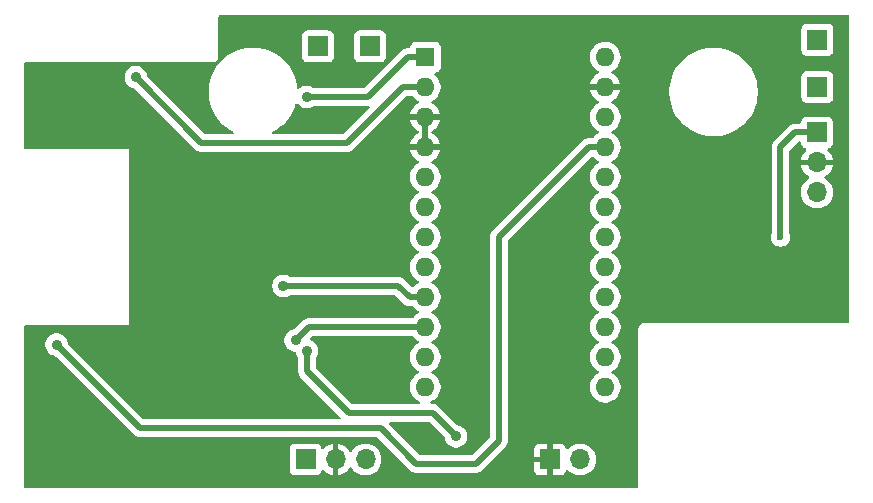
<source format=gbr>
%TF.GenerationSoftware,KiCad,Pcbnew,9.0.1*%
%TF.CreationDate,2025-05-26T15:55:47+03:00*%
%TF.ProjectId,KeyboardSecurity,4b657962-6f61-4726-9453-656375726974,rev?*%
%TF.SameCoordinates,Original*%
%TF.FileFunction,Copper,L2,Bot*%
%TF.FilePolarity,Positive*%
%FSLAX46Y46*%
G04 Gerber Fmt 4.6, Leading zero omitted, Abs format (unit mm)*
G04 Created by KiCad (PCBNEW 9.0.1) date 2025-05-26 15:55:47*
%MOMM*%
%LPD*%
G01*
G04 APERTURE LIST*
%TA.AperFunction,ComponentPad*%
%ADD10R,1.700000X1.700000*%
%TD*%
%TA.AperFunction,ComponentPad*%
%ADD11R,1.600000X1.600000*%
%TD*%
%TA.AperFunction,ComponentPad*%
%ADD12O,1.600000X1.600000*%
%TD*%
%TA.AperFunction,ComponentPad*%
%ADD13O,1.700000X1.700000*%
%TD*%
%TA.AperFunction,ViaPad*%
%ADD14C,0.600000*%
%TD*%
%TA.AperFunction,ViaPad*%
%ADD15C,0.900000*%
%TD*%
%TA.AperFunction,Conductor*%
%ADD16C,0.500000*%
%TD*%
G04 APERTURE END LIST*
D10*
%TO.P,J5,1,Pin_1*%
%TO.N,Net-(J5-Pin_1)*%
X143794000Y-76000000D03*
%TD*%
%TO.P,J4,1,Pin_1*%
%TO.N,Net-(J4-Pin_1)*%
X143794000Y-72000000D03*
%TD*%
D11*
%TO.P,U1,1,D1/TX*%
%TO.N,Net-(U1-D1{slash}TX)*%
X110591600Y-73482200D03*
D12*
%TO.P,U1,2,D0/RX*%
%TO.N,Net-(U1-D0{slash}RX)*%
X110591600Y-76022200D03*
%TO.P,U1,3,GND*%
%TO.N,GND*%
X110591600Y-78562200D03*
%TO.P,U1,4,GND*%
X110591600Y-81102200D03*
%TO.P,U1,5,D2*%
%TO.N,Net-(J2-Pin_1)*%
X110591600Y-83642200D03*
%TO.P,U1,6,~D3*%
%TO.N,Net-(J3-Pin_1)*%
X110591600Y-86182200D03*
%TO.P,U1,7,D4/A6*%
%TO.N,Net-(U1-D4{slash}A6)*%
X110591600Y-88722200D03*
%TO.P,U1,8,~D5*%
%TO.N,Net-(U1-~D5)*%
X110591600Y-91262200D03*
%TO.P,U1,9,~D6/A7*%
%TO.N,Net-(U1-~D6{slash}A7)*%
X110591600Y-93802200D03*
%TO.P,U1,10,D7*%
%TO.N,Net-(U1-D7)*%
X110591600Y-96342200D03*
%TO.P,U1,11,D8/A8*%
%TO.N,Net-(U1-D8{slash}A8)*%
X110591600Y-98882200D03*
%TO.P,U1,12,~D9/A9*%
%TO.N,Net-(U1-~D9{slash}A9)*%
X110591600Y-101422200D03*
%TO.P,U1,13,~D10/A10*%
%TO.N,Net-(U1-~D10{slash}A10)*%
X125831600Y-101422200D03*
%TO.P,U1,14,D16*%
%TO.N,Net-(U1-D16)*%
X125831600Y-98882200D03*
%TO.P,U1,15,D14*%
%TO.N,unconnected-(U1-D14-Pad15)*%
X125831600Y-96342200D03*
%TO.P,U1,16,D15*%
%TO.N,unconnected-(U1-D15-Pad16)*%
X125831600Y-93802200D03*
%TO.P,U1,17,D18/A0*%
%TO.N,unconnected-(U1-D18{slash}A0-Pad17)*%
X125831600Y-91262200D03*
%TO.P,U1,18,D19/A1*%
%TO.N,Net-(U1-D19{slash}A1)*%
X125831600Y-88722200D03*
%TO.P,U1,19,D20/A2*%
%TO.N,unconnected-(U1-D20{slash}A2-Pad19)*%
X125831600Y-86182200D03*
%TO.P,U1,20,D21/A3*%
%TO.N,unconnected-(U1-D21{slash}A3-Pad20)*%
X125831600Y-83642200D03*
%TO.P,U1,21,VCC*%
%TO.N,VCC*%
X125831600Y-81102200D03*
%TO.P,U1,22,RST*%
%TO.N,unconnected-(U1-RST-Pad22)*%
X125831600Y-78562200D03*
%TO.P,U1,23,GND*%
%TO.N,GND*%
X125831600Y-76022200D03*
%TO.P,U1,24,RAW*%
%TO.N,unconnected-(U1-RAW-Pad24)*%
X125831600Y-73482200D03*
%TD*%
D10*
%TO.P,SW1,1,1*%
%TO.N,GND*%
X121153000Y-107543600D03*
D13*
%TO.P,SW1,2,2*%
%TO.N,Net-(U1-~D10{slash}A10)*%
X123693000Y-107543600D03*
%TD*%
D10*
%TO.P,D1,1,A1*%
%TO.N,Net-(D1-A1)*%
X100457000Y-107543600D03*
D13*
%TO.P,D1,2,K*%
%TO.N,GND*%
X102997000Y-107543600D03*
%TO.P,D1,3,A2*%
%TO.N,Net-(D1-A2)*%
X105537000Y-107543600D03*
%TD*%
D10*
%TO.P,J2,1,Pin_1*%
%TO.N,Net-(J2-Pin_1)*%
X105918000Y-72567800D03*
%TD*%
%TO.P,J3,1,Pin_1*%
%TO.N,Net-(J3-Pin_1)*%
X101498400Y-72567800D03*
%TD*%
%TO.P,J1,1,Pin_1*%
%TO.N,VCC*%
X143764000Y-79857600D03*
D13*
%TO.P,J1,2,Pin_2*%
%TO.N,GND*%
X143764000Y-82397600D03*
%TO.P,J1,3,Pin_3*%
%TO.N,VDD*%
X143764000Y-84937600D03*
%TD*%
D14*
%TO.N,GND*%
X115200000Y-76100000D03*
X113665000Y-92303600D03*
X90297000Y-101371400D03*
X121437400Y-85979000D03*
X144145000Y-93776800D03*
X96266000Y-100660200D03*
X96570800Y-108254800D03*
X121843800Y-75717400D03*
X128981200Y-95072200D03*
X108254800Y-108839000D03*
X113893600Y-70408800D03*
X78841600Y-106248200D03*
X133934200Y-87249000D03*
X98094800Y-71424800D03*
X88671400Y-90551000D03*
X94030800Y-85877400D03*
X91084400Y-75107800D03*
X77724000Y-80289400D03*
X117348000Y-108610400D03*
X127177800Y-108051600D03*
X98577400Y-89941400D03*
X108153200Y-101879400D03*
X129286000Y-84683600D03*
X94030800Y-72009000D03*
X113893600Y-85877400D03*
X83058000Y-108813600D03*
X118846600Y-79781400D03*
X82245200Y-97256600D03*
X119532400Y-98755200D03*
X123139200Y-103759000D03*
X98882200Y-103276400D03*
X113157000Y-100558600D03*
X103657400Y-100965000D03*
X77444600Y-97586800D03*
X103000000Y-78900000D03*
X109270800Y-105511600D03*
X102184200Y-85877400D03*
X120142000Y-92354400D03*
X129209800Y-72669400D03*
X131800000Y-70500000D03*
X89916000Y-108585000D03*
X122700000Y-70376911D03*
X87985600Y-85547200D03*
X82727800Y-75107800D03*
X106400600Y-97993200D03*
X78917800Y-76682600D03*
%TO.N,VCC*%
X140665200Y-88722200D03*
D15*
X79375000Y-97815400D03*
%TO.N,Net-(U1-D7)*%
X99618800Y-97459800D03*
%TO.N,Net-(U1-~D6{slash}A7)*%
X98577400Y-92837000D03*
%TO.N,Net-(U2-~{RESETB})*%
X113207800Y-105587800D03*
X100584000Y-98374200D03*
%TO.N,Net-(U1-D0{slash}RX)*%
X86080600Y-75184000D03*
%TO.N,Net-(U1-D1{slash}TX)*%
X100558600Y-76835000D03*
%TD*%
D16*
%TO.N,Net-(U1-D0{slash}RX)*%
X110591600Y-76022200D02*
X108677800Y-76022200D01*
X108677800Y-76022200D02*
X103953400Y-80746600D01*
X103953400Y-80746600D02*
X91643200Y-80746600D01*
X91643200Y-80746600D02*
X86080600Y-75184000D01*
%TO.N,Net-(U1-D1{slash}TX)*%
X110591600Y-73482200D02*
X109117800Y-73482200D01*
X109117800Y-73482200D02*
X105765000Y-76835000D01*
X105765000Y-76835000D02*
X100558600Y-76835000D01*
%TO.N,VCC*%
X114884200Y-107899200D02*
X109829600Y-107899200D01*
X109829600Y-107899200D02*
X106832400Y-104902000D01*
X116814600Y-105968800D02*
X114884200Y-107899200D01*
X141909800Y-79857600D02*
X143764000Y-79857600D01*
X86461600Y-104902000D02*
X79375000Y-97815400D01*
X140665200Y-81102200D02*
X141909800Y-79857600D01*
X116814600Y-88722200D02*
X116814600Y-105968800D01*
X124434600Y-81102200D02*
X116814600Y-88722200D01*
X125831600Y-81102200D02*
X124434600Y-81102200D01*
X140665200Y-88722200D02*
X140665200Y-81102200D01*
X106832400Y-104902000D02*
X86461600Y-104902000D01*
%TO.N,Net-(U1-D7)*%
X110591600Y-96342200D02*
X100736400Y-96342200D01*
X99618800Y-97459800D02*
X100711000Y-96367600D01*
X100736400Y-96342200D02*
X99618800Y-97459800D01*
%TO.N,Net-(U1-~D6{slash}A7)*%
X110591600Y-93802200D02*
X109270800Y-93802200D01*
X108305600Y-92837000D02*
X98577400Y-92837000D01*
X109270800Y-93802200D02*
X108305600Y-92837000D01*
%TO.N,Net-(U2-~{RESETB})*%
X111226600Y-103606600D02*
X104140000Y-103606600D01*
X113207800Y-105587800D02*
X111226600Y-103606600D01*
X100584000Y-100050600D02*
X100584000Y-98374200D01*
X104140000Y-103606600D02*
X100584000Y-100050600D01*
%TD*%
%TA.AperFunction,Conductor*%
%TO.N,GND*%
G36*
X109533221Y-97112385D02*
G01*
X109566500Y-97143815D01*
X109599628Y-97189412D01*
X109599632Y-97189417D01*
X109744386Y-97334171D01*
X109876440Y-97430112D01*
X109909990Y-97454487D01*
X110001440Y-97501083D01*
X110002680Y-97501715D01*
X110053476Y-97549690D01*
X110070271Y-97617511D01*
X110047734Y-97683646D01*
X110002680Y-97722685D01*
X109909986Y-97769915D01*
X109744386Y-97890228D01*
X109599628Y-98034986D01*
X109479315Y-98200586D01*
X109386381Y-98382976D01*
X109323122Y-98577665D01*
X109291100Y-98779848D01*
X109291100Y-98984551D01*
X109323122Y-99186734D01*
X109386381Y-99381423D01*
X109479315Y-99563813D01*
X109599628Y-99729413D01*
X109744386Y-99874171D01*
X109899349Y-99986756D01*
X109909990Y-99994487D01*
X110001440Y-100041083D01*
X110002680Y-100041715D01*
X110053476Y-100089690D01*
X110070271Y-100157511D01*
X110047734Y-100223646D01*
X110002680Y-100262685D01*
X109909986Y-100309915D01*
X109744386Y-100430228D01*
X109599628Y-100574986D01*
X109479315Y-100740586D01*
X109386381Y-100922976D01*
X109323122Y-101117665D01*
X109291100Y-101319848D01*
X109291100Y-101524551D01*
X109323122Y-101726734D01*
X109386381Y-101921423D01*
X109479315Y-102103813D01*
X109599628Y-102269413D01*
X109744386Y-102414171D01*
X109899349Y-102526756D01*
X109909990Y-102534487D01*
X110075411Y-102618773D01*
X110080988Y-102621615D01*
X110131784Y-102669590D01*
X110148579Y-102737411D01*
X110126042Y-102803546D01*
X110071326Y-102846997D01*
X110024693Y-102856100D01*
X104502229Y-102856100D01*
X104435190Y-102836415D01*
X104414548Y-102819781D01*
X101370819Y-99776051D01*
X101337334Y-99714728D01*
X101334500Y-99688370D01*
X101334500Y-98999467D01*
X101354185Y-98932428D01*
X101355398Y-98930576D01*
X101426322Y-98824431D01*
X101497973Y-98651451D01*
X101534500Y-98467816D01*
X101534500Y-98280584D01*
X101497973Y-98096949D01*
X101426322Y-97923969D01*
X101426321Y-97923968D01*
X101426318Y-97923962D01*
X101322302Y-97768292D01*
X101322299Y-97768288D01*
X101189911Y-97635900D01*
X101189907Y-97635897D01*
X101034237Y-97531881D01*
X101034227Y-97531876D01*
X100904355Y-97478081D01*
X100878805Y-97457492D01*
X100852540Y-97437830D01*
X100851737Y-97435679D01*
X100849952Y-97434240D01*
X100839591Y-97403112D01*
X100828124Y-97372365D01*
X100828611Y-97370123D01*
X100827887Y-97367946D01*
X100836001Y-97336152D01*
X100842976Y-97304092D01*
X100844809Y-97301642D01*
X100845166Y-97300246D01*
X100864118Y-97275849D01*
X101010950Y-97129016D01*
X101072273Y-97095534D01*
X101098630Y-97092700D01*
X109466182Y-97092700D01*
X109533221Y-97112385D01*
G37*
%TD.AperFunction*%
%TA.AperFunction,Conductor*%
G36*
X110841600Y-80786514D02*
G01*
X110837206Y-80782120D01*
X110745994Y-80729459D01*
X110644261Y-80702200D01*
X110538939Y-80702200D01*
X110437206Y-80729459D01*
X110345994Y-80782120D01*
X110341600Y-80786514D01*
X110341600Y-78877886D01*
X110345994Y-78882280D01*
X110437206Y-78934941D01*
X110538939Y-78962200D01*
X110644261Y-78962200D01*
X110745994Y-78934941D01*
X110837206Y-78882280D01*
X110841600Y-78877886D01*
X110841600Y-80786514D01*
G37*
%TD.AperFunction*%
%TA.AperFunction,Conductor*%
G36*
X99770064Y-77397997D02*
G01*
X99815473Y-77436988D01*
X99816434Y-77436200D01*
X99820300Y-77440911D01*
X99952688Y-77573299D01*
X99952692Y-77573302D01*
X100108362Y-77677318D01*
X100108371Y-77677323D01*
X100122632Y-77683230D01*
X100281349Y-77748973D01*
X100464979Y-77785499D01*
X100464983Y-77785500D01*
X100464984Y-77785500D01*
X100652217Y-77785500D01*
X100652218Y-77785499D01*
X100835851Y-77748973D01*
X101008831Y-77677322D01*
X101114976Y-77606397D01*
X101181653Y-77585520D01*
X101183867Y-77585500D01*
X105753770Y-77585500D01*
X105820809Y-77605185D01*
X105866564Y-77657989D01*
X105876508Y-77727147D01*
X105847483Y-77790703D01*
X105841451Y-77797181D01*
X103678851Y-79959781D01*
X103617528Y-79993266D01*
X103591170Y-79996100D01*
X97757399Y-79996100D01*
X97690360Y-79976415D01*
X97644605Y-79923611D01*
X97634661Y-79854453D01*
X97663686Y-79790897D01*
X97698946Y-79762742D01*
X97775702Y-79721715D01*
X97930468Y-79638991D01*
X98236865Y-79434263D01*
X98521719Y-79200489D01*
X98782289Y-78939919D01*
X99016063Y-78655065D01*
X99220791Y-78348668D01*
X99394501Y-78023679D01*
X99535520Y-77683229D01*
X99598889Y-77474328D01*
X99637185Y-77415893D01*
X99700997Y-77387437D01*
X99770064Y-77397997D01*
G37*
%TD.AperFunction*%
%TA.AperFunction,Conductor*%
G36*
X146442539Y-69938385D02*
G01*
X146488294Y-69991189D01*
X146499500Y-70042700D01*
X146499500Y-95870100D01*
X146479815Y-95937139D01*
X146427011Y-95982894D01*
X146375500Y-95994100D01*
X129077908Y-95994100D01*
X128950612Y-96028208D01*
X128836486Y-96094100D01*
X128836483Y-96094102D01*
X128743302Y-96187283D01*
X128743300Y-96187286D01*
X128677408Y-96301412D01*
X128643300Y-96428708D01*
X128643300Y-109840100D01*
X128623615Y-109907139D01*
X128570811Y-109952894D01*
X128519300Y-109964100D01*
X76722603Y-109964100D01*
X76655564Y-109944415D01*
X76609809Y-109891611D01*
X76598603Y-109840100D01*
X76598603Y-106645735D01*
X99106500Y-106645735D01*
X99106500Y-108441470D01*
X99106501Y-108441476D01*
X99112908Y-108501083D01*
X99163202Y-108635928D01*
X99163206Y-108635935D01*
X99249452Y-108751144D01*
X99249455Y-108751147D01*
X99364664Y-108837393D01*
X99364671Y-108837397D01*
X99499517Y-108887691D01*
X99499516Y-108887691D01*
X99506444Y-108888435D01*
X99559127Y-108894100D01*
X101354872Y-108894099D01*
X101414483Y-108887691D01*
X101549331Y-108837396D01*
X101664546Y-108751146D01*
X101750796Y-108635931D01*
X101750888Y-108635686D01*
X101777518Y-108564285D01*
X101800002Y-108504001D01*
X101841872Y-108448068D01*
X101907337Y-108423650D01*
X101975610Y-108438501D01*
X102003865Y-108459653D01*
X102117535Y-108573323D01*
X102117540Y-108573327D01*
X102289442Y-108698220D01*
X102478782Y-108794695D01*
X102680871Y-108860357D01*
X102747000Y-108870831D01*
X102747000Y-107976612D01*
X102804007Y-108009525D01*
X102931174Y-108043600D01*
X103062826Y-108043600D01*
X103189993Y-108009525D01*
X103247000Y-107976612D01*
X103247000Y-108870830D01*
X103313126Y-108860357D01*
X103313129Y-108860357D01*
X103515217Y-108794695D01*
X103704557Y-108698220D01*
X103876459Y-108573327D01*
X103876464Y-108573323D01*
X104026723Y-108423064D01*
X104026727Y-108423059D01*
X104151620Y-108251158D01*
X104156232Y-108242107D01*
X104204205Y-108191309D01*
X104272025Y-108174512D01*
X104338161Y-108197047D01*
X104377204Y-108242104D01*
X104381949Y-108251417D01*
X104506890Y-108423386D01*
X104657213Y-108573709D01*
X104829179Y-108698648D01*
X104829181Y-108698649D01*
X104829184Y-108698651D01*
X105018588Y-108795157D01*
X105220757Y-108860846D01*
X105430713Y-108894100D01*
X105430714Y-108894100D01*
X105643286Y-108894100D01*
X105643287Y-108894100D01*
X105853243Y-108860846D01*
X106055412Y-108795157D01*
X106244816Y-108698651D01*
X106331138Y-108635935D01*
X106416786Y-108573709D01*
X106416788Y-108573706D01*
X106416792Y-108573704D01*
X106567104Y-108423392D01*
X106567106Y-108423388D01*
X106567109Y-108423386D01*
X106692048Y-108251420D01*
X106692050Y-108251417D01*
X106692051Y-108251416D01*
X106788557Y-108062012D01*
X106854246Y-107859843D01*
X106887500Y-107649887D01*
X106887500Y-107437313D01*
X106854246Y-107227357D01*
X106788557Y-107025188D01*
X106692051Y-106835784D01*
X106692049Y-106835781D01*
X106692048Y-106835779D01*
X106567109Y-106663813D01*
X106416786Y-106513490D01*
X106244820Y-106388551D01*
X106055414Y-106292044D01*
X106055413Y-106292043D01*
X106055412Y-106292043D01*
X105853243Y-106226354D01*
X105853241Y-106226353D01*
X105853240Y-106226353D01*
X105691957Y-106200808D01*
X105643287Y-106193100D01*
X105430713Y-106193100D01*
X105382042Y-106200808D01*
X105220760Y-106226353D01*
X105018585Y-106292044D01*
X104829179Y-106388551D01*
X104657213Y-106513490D01*
X104506890Y-106663813D01*
X104381949Y-106835782D01*
X104377202Y-106845099D01*
X104329227Y-106895893D01*
X104261405Y-106912687D01*
X104195271Y-106890148D01*
X104156234Y-106845095D01*
X104151622Y-106836044D01*
X104026727Y-106664140D01*
X104026723Y-106664135D01*
X103876464Y-106513876D01*
X103876459Y-106513872D01*
X103704557Y-106388979D01*
X103515215Y-106292503D01*
X103313124Y-106226841D01*
X103247000Y-106216368D01*
X103247000Y-107110588D01*
X103189993Y-107077675D01*
X103062826Y-107043600D01*
X102931174Y-107043600D01*
X102804007Y-107077675D01*
X102747000Y-107110588D01*
X102747000Y-106216368D01*
X102746999Y-106216368D01*
X102680875Y-106226841D01*
X102478784Y-106292503D01*
X102289442Y-106388979D01*
X102117541Y-106513871D01*
X102003865Y-106627547D01*
X101942542Y-106661031D01*
X101872850Y-106656047D01*
X101816917Y-106614175D01*
X101800002Y-106583198D01*
X101799954Y-106583070D01*
X101750887Y-106451513D01*
X101750797Y-106451271D01*
X101750793Y-106451264D01*
X101664547Y-106336055D01*
X101664544Y-106336052D01*
X101549335Y-106249806D01*
X101549328Y-106249802D01*
X101414482Y-106199508D01*
X101414483Y-106199508D01*
X101354883Y-106193101D01*
X101354881Y-106193100D01*
X101354873Y-106193100D01*
X101354864Y-106193100D01*
X99559129Y-106193100D01*
X99559123Y-106193101D01*
X99499516Y-106199508D01*
X99364671Y-106249802D01*
X99364664Y-106249806D01*
X99249455Y-106336052D01*
X99249452Y-106336055D01*
X99163206Y-106451264D01*
X99163202Y-106451271D01*
X99112908Y-106586117D01*
X99106501Y-106645716D01*
X99106500Y-106645735D01*
X76598603Y-106645735D01*
X76598603Y-97721779D01*
X78424500Y-97721779D01*
X78424500Y-97909020D01*
X78461025Y-98092643D01*
X78461027Y-98092651D01*
X78532676Y-98265628D01*
X78532681Y-98265637D01*
X78636697Y-98421307D01*
X78636700Y-98421311D01*
X78769088Y-98553699D01*
X78769092Y-98553702D01*
X78924762Y-98657718D01*
X78924768Y-98657721D01*
X78924769Y-98657722D01*
X79097749Y-98729373D01*
X79222958Y-98754278D01*
X79284865Y-98786661D01*
X79286445Y-98788213D01*
X85983186Y-105484954D01*
X85997001Y-105494184D01*
X86056870Y-105534186D01*
X86106105Y-105567084D01*
X86106106Y-105567084D01*
X86106107Y-105567085D01*
X86106109Y-105567086D01*
X86242682Y-105623656D01*
X86242687Y-105623658D01*
X86242691Y-105623658D01*
X86242692Y-105623659D01*
X86387679Y-105652500D01*
X86387682Y-105652500D01*
X86387683Y-105652500D01*
X86535518Y-105652500D01*
X106470170Y-105652500D01*
X106537209Y-105672185D01*
X106557851Y-105688819D01*
X109351184Y-108482152D01*
X109351190Y-108482157D01*
X109386352Y-108505650D01*
X109386354Y-108505651D01*
X109474105Y-108564284D01*
X109474106Y-108564284D01*
X109474107Y-108564285D01*
X109496847Y-108573704D01*
X109610687Y-108620858D01*
X109610691Y-108620858D01*
X109610692Y-108620859D01*
X109755679Y-108649700D01*
X109755682Y-108649700D01*
X114958120Y-108649700D01*
X115055662Y-108630296D01*
X115103113Y-108620858D01*
X115239695Y-108564284D01*
X115327446Y-108505651D01*
X115327448Y-108505650D01*
X115362609Y-108482157D01*
X115362610Y-108482155D01*
X115362616Y-108482152D01*
X116732387Y-107112381D01*
X117199014Y-106645755D01*
X119803000Y-106645755D01*
X119803000Y-107293600D01*
X120719988Y-107293600D01*
X120687075Y-107350607D01*
X120653000Y-107477774D01*
X120653000Y-107609426D01*
X120687075Y-107736593D01*
X120719988Y-107793600D01*
X119803000Y-107793600D01*
X119803000Y-108441444D01*
X119809401Y-108500972D01*
X119809403Y-108500979D01*
X119859645Y-108635686D01*
X119859649Y-108635693D01*
X119945809Y-108750787D01*
X119945812Y-108750790D01*
X120060906Y-108836950D01*
X120060913Y-108836954D01*
X120195620Y-108887196D01*
X120195627Y-108887198D01*
X120255155Y-108893599D01*
X120255172Y-108893600D01*
X120903000Y-108893600D01*
X120903000Y-107976612D01*
X120960007Y-108009525D01*
X121087174Y-108043600D01*
X121218826Y-108043600D01*
X121345993Y-108009525D01*
X121403000Y-107976612D01*
X121403000Y-108893600D01*
X122050828Y-108893600D01*
X122050844Y-108893599D01*
X122110372Y-108887198D01*
X122110379Y-108887196D01*
X122245086Y-108836954D01*
X122245093Y-108836950D01*
X122360187Y-108750790D01*
X122360190Y-108750787D01*
X122446350Y-108635693D01*
X122446354Y-108635686D01*
X122495422Y-108504129D01*
X122537293Y-108448195D01*
X122602757Y-108423778D01*
X122671030Y-108438630D01*
X122699285Y-108459781D01*
X122813213Y-108573709D01*
X122985179Y-108698648D01*
X122985181Y-108698649D01*
X122985184Y-108698651D01*
X123174588Y-108795157D01*
X123376757Y-108860846D01*
X123586713Y-108894100D01*
X123586714Y-108894100D01*
X123799286Y-108894100D01*
X123799287Y-108894100D01*
X124009243Y-108860846D01*
X124211412Y-108795157D01*
X124400816Y-108698651D01*
X124487138Y-108635935D01*
X124572786Y-108573709D01*
X124572788Y-108573706D01*
X124572792Y-108573704D01*
X124723104Y-108423392D01*
X124723106Y-108423388D01*
X124723109Y-108423386D01*
X124848048Y-108251420D01*
X124848050Y-108251417D01*
X124848051Y-108251416D01*
X124944557Y-108062012D01*
X125010246Y-107859843D01*
X125043500Y-107649887D01*
X125043500Y-107437313D01*
X125010246Y-107227357D01*
X124944557Y-107025188D01*
X124848051Y-106835784D01*
X124848049Y-106835781D01*
X124848048Y-106835779D01*
X124723109Y-106663813D01*
X124572786Y-106513490D01*
X124400820Y-106388551D01*
X124211414Y-106292044D01*
X124211413Y-106292043D01*
X124211412Y-106292043D01*
X124009243Y-106226354D01*
X124009241Y-106226353D01*
X124009240Y-106226353D01*
X123847957Y-106200808D01*
X123799287Y-106193100D01*
X123586713Y-106193100D01*
X123538042Y-106200808D01*
X123376760Y-106226353D01*
X123174585Y-106292044D01*
X122985179Y-106388551D01*
X122813215Y-106513489D01*
X122699285Y-106627419D01*
X122637962Y-106660903D01*
X122568270Y-106655919D01*
X122512337Y-106614047D01*
X122495422Y-106583070D01*
X122446354Y-106451513D01*
X122446350Y-106451506D01*
X122360190Y-106336412D01*
X122360187Y-106336409D01*
X122245093Y-106250249D01*
X122245086Y-106250245D01*
X122110379Y-106200003D01*
X122110372Y-106200001D01*
X122050844Y-106193600D01*
X121403000Y-106193600D01*
X121403000Y-107110588D01*
X121345993Y-107077675D01*
X121218826Y-107043600D01*
X121087174Y-107043600D01*
X120960007Y-107077675D01*
X120903000Y-107110588D01*
X120903000Y-106193600D01*
X120255155Y-106193600D01*
X120195627Y-106200001D01*
X120195620Y-106200003D01*
X120060913Y-106250245D01*
X120060906Y-106250249D01*
X119945812Y-106336409D01*
X119945809Y-106336412D01*
X119859649Y-106451506D01*
X119859645Y-106451513D01*
X119809403Y-106586220D01*
X119809401Y-106586227D01*
X119803000Y-106645755D01*
X117199014Y-106645755D01*
X117289999Y-106554770D01*
X117397547Y-106447221D01*
X117397550Y-106447218D01*
X117397552Y-106447216D01*
X117436751Y-106388549D01*
X117470326Y-106338301D01*
X117473445Y-106333631D01*
X117479684Y-106324295D01*
X117536258Y-106187713D01*
X117565100Y-106042718D01*
X117565100Y-89084429D01*
X117584785Y-89017390D01*
X117601419Y-88996748D01*
X121097581Y-85500586D01*
X124656851Y-81941315D01*
X124718172Y-81907832D01*
X124787864Y-81912816D01*
X124835807Y-81946355D01*
X124836189Y-81945974D01*
X124838348Y-81948133D01*
X124838815Y-81948460D01*
X124839635Y-81949420D01*
X124984386Y-82094171D01*
X125136391Y-82204607D01*
X125149990Y-82214487D01*
X125241440Y-82261083D01*
X125242680Y-82261715D01*
X125293476Y-82309690D01*
X125310271Y-82377511D01*
X125287734Y-82443646D01*
X125242680Y-82482685D01*
X125149986Y-82529915D01*
X124984386Y-82650228D01*
X124839628Y-82794986D01*
X124719315Y-82960586D01*
X124626381Y-83142976D01*
X124563122Y-83337665D01*
X124531100Y-83539848D01*
X124531100Y-83744551D01*
X124563122Y-83946734D01*
X124626381Y-84141423D01*
X124719315Y-84323813D01*
X124839628Y-84489413D01*
X124984386Y-84634171D01*
X125139349Y-84746756D01*
X125149990Y-84754487D01*
X125241440Y-84801083D01*
X125242680Y-84801715D01*
X125293476Y-84849690D01*
X125310271Y-84917511D01*
X125287734Y-84983646D01*
X125242680Y-85022685D01*
X125149986Y-85069915D01*
X124984386Y-85190228D01*
X124839628Y-85334986D01*
X124719315Y-85500586D01*
X124626381Y-85682976D01*
X124563122Y-85877665D01*
X124531100Y-86079848D01*
X124531100Y-86284551D01*
X124563122Y-86486734D01*
X124626381Y-86681423D01*
X124719315Y-86863813D01*
X124839628Y-87029413D01*
X124984386Y-87174171D01*
X125139349Y-87286756D01*
X125149990Y-87294487D01*
X125241440Y-87341083D01*
X125242680Y-87341715D01*
X125293476Y-87389690D01*
X125310271Y-87457511D01*
X125287734Y-87523646D01*
X125242680Y-87562685D01*
X125149986Y-87609915D01*
X124984386Y-87730228D01*
X124839628Y-87874986D01*
X124719315Y-88040586D01*
X124626381Y-88222976D01*
X124563122Y-88417665D01*
X124531100Y-88619848D01*
X124531100Y-88824551D01*
X124563122Y-89026734D01*
X124626381Y-89221423D01*
X124719315Y-89403813D01*
X124839628Y-89569413D01*
X124984386Y-89714171D01*
X125139349Y-89826756D01*
X125149990Y-89834487D01*
X125241440Y-89881083D01*
X125242680Y-89881715D01*
X125293476Y-89929690D01*
X125310271Y-89997511D01*
X125287734Y-90063646D01*
X125242680Y-90102685D01*
X125149986Y-90149915D01*
X124984386Y-90270228D01*
X124839628Y-90414986D01*
X124719315Y-90580586D01*
X124626381Y-90762976D01*
X124563122Y-90957665D01*
X124531100Y-91159848D01*
X124531100Y-91364551D01*
X124563122Y-91566734D01*
X124626381Y-91761423D01*
X124690112Y-91886500D01*
X124708722Y-91923025D01*
X124719315Y-91943813D01*
X124839628Y-92109413D01*
X124984386Y-92254171D01*
X125139349Y-92366756D01*
X125149990Y-92374487D01*
X125241440Y-92421083D01*
X125242680Y-92421715D01*
X125293476Y-92469690D01*
X125310271Y-92537511D01*
X125287734Y-92603646D01*
X125242680Y-92642685D01*
X125149986Y-92689915D01*
X124984386Y-92810228D01*
X124839628Y-92954986D01*
X124719315Y-93120586D01*
X124626381Y-93302976D01*
X124563122Y-93497665D01*
X124531100Y-93699848D01*
X124531100Y-93904551D01*
X124563122Y-94106734D01*
X124626381Y-94301423D01*
X124719315Y-94483813D01*
X124839628Y-94649413D01*
X124984386Y-94794171D01*
X125139349Y-94906756D01*
X125149990Y-94914487D01*
X125241440Y-94961083D01*
X125242680Y-94961715D01*
X125293476Y-95009690D01*
X125310271Y-95077511D01*
X125287734Y-95143646D01*
X125242680Y-95182685D01*
X125149986Y-95229915D01*
X124984386Y-95350228D01*
X124839628Y-95494986D01*
X124719315Y-95660586D01*
X124626381Y-95842976D01*
X124563122Y-96037665D01*
X124531100Y-96239848D01*
X124531100Y-96444551D01*
X124563122Y-96646734D01*
X124626381Y-96841423D01*
X124687306Y-96960992D01*
X124712053Y-97009562D01*
X124719315Y-97023813D01*
X124839628Y-97189413D01*
X124984386Y-97334171D01*
X125116440Y-97430112D01*
X125149990Y-97454487D01*
X125241440Y-97501083D01*
X125242680Y-97501715D01*
X125293476Y-97549690D01*
X125310271Y-97617511D01*
X125287734Y-97683646D01*
X125242680Y-97722685D01*
X125149986Y-97769915D01*
X124984386Y-97890228D01*
X124839628Y-98034986D01*
X124719315Y-98200586D01*
X124626381Y-98382976D01*
X124563122Y-98577665D01*
X124531100Y-98779848D01*
X124531100Y-98984551D01*
X124563122Y-99186734D01*
X124626381Y-99381423D01*
X124719315Y-99563813D01*
X124839628Y-99729413D01*
X124984386Y-99874171D01*
X125139349Y-99986756D01*
X125149990Y-99994487D01*
X125241440Y-100041083D01*
X125242680Y-100041715D01*
X125293476Y-100089690D01*
X125310271Y-100157511D01*
X125287734Y-100223646D01*
X125242680Y-100262685D01*
X125149986Y-100309915D01*
X124984386Y-100430228D01*
X124839628Y-100574986D01*
X124719315Y-100740586D01*
X124626381Y-100922976D01*
X124563122Y-101117665D01*
X124531100Y-101319848D01*
X124531100Y-101524551D01*
X124563122Y-101726734D01*
X124626381Y-101921423D01*
X124719315Y-102103813D01*
X124839628Y-102269413D01*
X124984386Y-102414171D01*
X125139349Y-102526756D01*
X125149990Y-102534487D01*
X125266207Y-102593703D01*
X125332376Y-102627418D01*
X125332378Y-102627418D01*
X125332381Y-102627420D01*
X125404636Y-102650897D01*
X125527065Y-102690677D01*
X125628157Y-102706688D01*
X125729248Y-102722700D01*
X125729249Y-102722700D01*
X125933951Y-102722700D01*
X125933952Y-102722700D01*
X126136134Y-102690677D01*
X126330819Y-102627420D01*
X126513210Y-102534487D01*
X126606190Y-102466932D01*
X126678813Y-102414171D01*
X126678815Y-102414168D01*
X126678819Y-102414166D01*
X126823566Y-102269419D01*
X126823568Y-102269415D01*
X126823571Y-102269413D01*
X126876332Y-102196790D01*
X126943887Y-102103810D01*
X127036820Y-101921419D01*
X127100077Y-101726734D01*
X127132100Y-101524552D01*
X127132100Y-101319848D01*
X127100077Y-101117666D01*
X127036820Y-100922981D01*
X127036818Y-100922978D01*
X127036818Y-100922976D01*
X127003103Y-100856807D01*
X126943887Y-100740590D01*
X126936156Y-100729949D01*
X126823571Y-100574986D01*
X126678813Y-100430228D01*
X126513214Y-100309915D01*
X126506606Y-100306548D01*
X126420517Y-100262683D01*
X126369723Y-100214711D01*
X126352928Y-100146890D01*
X126375465Y-100080755D01*
X126420517Y-100041716D01*
X126513210Y-99994487D01*
X126534370Y-99979113D01*
X126678813Y-99874171D01*
X126678815Y-99874168D01*
X126678819Y-99874166D01*
X126823566Y-99729419D01*
X126823568Y-99729415D01*
X126823571Y-99729413D01*
X126876332Y-99656790D01*
X126943887Y-99563810D01*
X127036820Y-99381419D01*
X127100077Y-99186734D01*
X127132100Y-98984552D01*
X127132100Y-98779848D01*
X127100077Y-98577666D01*
X127036820Y-98382981D01*
X127036818Y-98382978D01*
X127036818Y-98382976D01*
X126984646Y-98280584D01*
X126943887Y-98200590D01*
X126936156Y-98189949D01*
X126823571Y-98034986D01*
X126678813Y-97890228D01*
X126513214Y-97769915D01*
X126506606Y-97766548D01*
X126420517Y-97722683D01*
X126369723Y-97674711D01*
X126352928Y-97606890D01*
X126375465Y-97540755D01*
X126420517Y-97501716D01*
X126513210Y-97454487D01*
X126546760Y-97430112D01*
X126678813Y-97334171D01*
X126678815Y-97334168D01*
X126678819Y-97334166D01*
X126823566Y-97189419D01*
X126823568Y-97189415D01*
X126823571Y-97189413D01*
X126905172Y-97077097D01*
X126943887Y-97023810D01*
X127036820Y-96841419D01*
X127100077Y-96646734D01*
X127132100Y-96444552D01*
X127132100Y-96239848D01*
X127109016Y-96094102D01*
X127100077Y-96037665D01*
X127036818Y-95842976D01*
X126965249Y-95702516D01*
X126943887Y-95660590D01*
X126936156Y-95649949D01*
X126823571Y-95494986D01*
X126678813Y-95350228D01*
X126513214Y-95229915D01*
X126506606Y-95226548D01*
X126420517Y-95182683D01*
X126369723Y-95134711D01*
X126352928Y-95066890D01*
X126375465Y-95000755D01*
X126420517Y-94961716D01*
X126513210Y-94914487D01*
X126534370Y-94899113D01*
X126678813Y-94794171D01*
X126678815Y-94794168D01*
X126678819Y-94794166D01*
X126823566Y-94649419D01*
X126823568Y-94649415D01*
X126823571Y-94649413D01*
X126893836Y-94552700D01*
X126943887Y-94483810D01*
X127036820Y-94301419D01*
X127100077Y-94106734D01*
X127132100Y-93904552D01*
X127132100Y-93699848D01*
X127100077Y-93497666D01*
X127036820Y-93302981D01*
X127036818Y-93302978D01*
X127036818Y-93302976D01*
X127003103Y-93236807D01*
X126943887Y-93120590D01*
X126936156Y-93109949D01*
X126823571Y-92954986D01*
X126678813Y-92810228D01*
X126513214Y-92689915D01*
X126506606Y-92686548D01*
X126420517Y-92642683D01*
X126369723Y-92594711D01*
X126352928Y-92526890D01*
X126375465Y-92460755D01*
X126420517Y-92421716D01*
X126513210Y-92374487D01*
X126534370Y-92359113D01*
X126678813Y-92254171D01*
X126678815Y-92254168D01*
X126678819Y-92254166D01*
X126823566Y-92109419D01*
X126823568Y-92109415D01*
X126823571Y-92109413D01*
X126906927Y-91994681D01*
X126943887Y-91943810D01*
X127036820Y-91761419D01*
X127100077Y-91566734D01*
X127132100Y-91364552D01*
X127132100Y-91159848D01*
X127100077Y-90957666D01*
X127036820Y-90762981D01*
X127036818Y-90762978D01*
X127036818Y-90762976D01*
X127003103Y-90696807D01*
X126943887Y-90580590D01*
X126936156Y-90569949D01*
X126823571Y-90414986D01*
X126678813Y-90270228D01*
X126513214Y-90149915D01*
X126506606Y-90146548D01*
X126420517Y-90102683D01*
X126369723Y-90054711D01*
X126352928Y-89986890D01*
X126375465Y-89920755D01*
X126420517Y-89881716D01*
X126513210Y-89834487D01*
X126534370Y-89819113D01*
X126678813Y-89714171D01*
X126678815Y-89714168D01*
X126678819Y-89714166D01*
X126823566Y-89569419D01*
X126823568Y-89569415D01*
X126823571Y-89569413D01*
X126879859Y-89491938D01*
X126943887Y-89403810D01*
X127036820Y-89221419D01*
X127100077Y-89026734D01*
X127132100Y-88824552D01*
X127132100Y-88643358D01*
X139864700Y-88643358D01*
X139864700Y-88651201D01*
X139864700Y-88801046D01*
X139895461Y-88955689D01*
X139895464Y-88955701D01*
X139955802Y-89101372D01*
X139955809Y-89101385D01*
X140043410Y-89232488D01*
X140043413Y-89232492D01*
X140154907Y-89343986D01*
X140154911Y-89343989D01*
X140286014Y-89431590D01*
X140286027Y-89431597D01*
X140431698Y-89491935D01*
X140431703Y-89491937D01*
X140586353Y-89522699D01*
X140586356Y-89522700D01*
X140586358Y-89522700D01*
X140744044Y-89522700D01*
X140744045Y-89522699D01*
X140898697Y-89491937D01*
X141044379Y-89431594D01*
X141175489Y-89343989D01*
X141286989Y-89232489D01*
X141374594Y-89101379D01*
X141434937Y-88955697D01*
X141465700Y-88801042D01*
X141465700Y-88643358D01*
X141465700Y-88643355D01*
X141465699Y-88643353D01*
X141434939Y-88488711D01*
X141434938Y-88488708D01*
X141434937Y-88488703D01*
X141425137Y-88465044D01*
X141415700Y-88417596D01*
X141415700Y-81464429D01*
X141435385Y-81397390D01*
X141452019Y-81376748D01*
X142184348Y-80644419D01*
X142211275Y-80629715D01*
X142237094Y-80613123D01*
X142243294Y-80612231D01*
X142245671Y-80610934D01*
X142272029Y-80608100D01*
X142289501Y-80608100D01*
X142356540Y-80627785D01*
X142402295Y-80680589D01*
X142413501Y-80732100D01*
X142413501Y-80755476D01*
X142419908Y-80815083D01*
X142470202Y-80949928D01*
X142470206Y-80949935D01*
X142556452Y-81065144D01*
X142556455Y-81065147D01*
X142671664Y-81151393D01*
X142671671Y-81151397D01*
X142733902Y-81174607D01*
X142803598Y-81200602D01*
X142859531Y-81242473D01*
X142883949Y-81307937D01*
X142869098Y-81376210D01*
X142847947Y-81404465D01*
X142734271Y-81518141D01*
X142609379Y-81690042D01*
X142512904Y-81879382D01*
X142447242Y-82081470D01*
X142447242Y-82081473D01*
X142436769Y-82147600D01*
X143330988Y-82147600D01*
X143298075Y-82204607D01*
X143264000Y-82331774D01*
X143264000Y-82463426D01*
X143298075Y-82590593D01*
X143330988Y-82647600D01*
X142436769Y-82647600D01*
X142447242Y-82713726D01*
X142447242Y-82713729D01*
X142512904Y-82915817D01*
X142609379Y-83105157D01*
X142734272Y-83277059D01*
X142734276Y-83277064D01*
X142884535Y-83427323D01*
X142884540Y-83427327D01*
X143056444Y-83552222D01*
X143065495Y-83556834D01*
X143116292Y-83604808D01*
X143133087Y-83672629D01*
X143110550Y-83738764D01*
X143065499Y-83777802D01*
X143056182Y-83782549D01*
X142884213Y-83907490D01*
X142733890Y-84057813D01*
X142608951Y-84229779D01*
X142512444Y-84419185D01*
X142446753Y-84621360D01*
X142425668Y-84754487D01*
X142413500Y-84831313D01*
X142413500Y-85043887D01*
X142446754Y-85253843D01*
X142473117Y-85334981D01*
X142512444Y-85456014D01*
X142608951Y-85645420D01*
X142733890Y-85817386D01*
X142884213Y-85967709D01*
X143056179Y-86092648D01*
X143056181Y-86092649D01*
X143056184Y-86092651D01*
X143245588Y-86189157D01*
X143447757Y-86254846D01*
X143657713Y-86288100D01*
X143657714Y-86288100D01*
X143870286Y-86288100D01*
X143870287Y-86288100D01*
X144080243Y-86254846D01*
X144282412Y-86189157D01*
X144471816Y-86092651D01*
X144493789Y-86076686D01*
X144643786Y-85967709D01*
X144643788Y-85967706D01*
X144643792Y-85967704D01*
X144794104Y-85817392D01*
X144794106Y-85817388D01*
X144794109Y-85817386D01*
X144919048Y-85645420D01*
X144919047Y-85645420D01*
X144919051Y-85645416D01*
X145015557Y-85456012D01*
X145081246Y-85253843D01*
X145114500Y-85043887D01*
X145114500Y-84831313D01*
X145081246Y-84621357D01*
X145015557Y-84419188D01*
X144919051Y-84229784D01*
X144919049Y-84229781D01*
X144919048Y-84229779D01*
X144794109Y-84057813D01*
X144643786Y-83907490D01*
X144471817Y-83782549D01*
X144462504Y-83777804D01*
X144411707Y-83729830D01*
X144394912Y-83662009D01*
X144417449Y-83595874D01*
X144462507Y-83556832D01*
X144471558Y-83552220D01*
X144643459Y-83427327D01*
X144643464Y-83427323D01*
X144793723Y-83277064D01*
X144793727Y-83277059D01*
X144918620Y-83105157D01*
X145015095Y-82915817D01*
X145080757Y-82713729D01*
X145080757Y-82713726D01*
X145091231Y-82647600D01*
X144197012Y-82647600D01*
X144229925Y-82590593D01*
X144264000Y-82463426D01*
X144264000Y-82331774D01*
X144229925Y-82204607D01*
X144197012Y-82147600D01*
X145091231Y-82147600D01*
X145080757Y-82081473D01*
X145080757Y-82081470D01*
X145015095Y-81879382D01*
X144918620Y-81690042D01*
X144793727Y-81518140D01*
X144793723Y-81518135D01*
X144680053Y-81404465D01*
X144646568Y-81343142D01*
X144651552Y-81273450D01*
X144693424Y-81217517D01*
X144724400Y-81200602D01*
X144856331Y-81151396D01*
X144971546Y-81065146D01*
X145057796Y-80949931D01*
X145108091Y-80815083D01*
X145114500Y-80755473D01*
X145114499Y-78959728D01*
X145108091Y-78900117D01*
X145101438Y-78882280D01*
X145057797Y-78765271D01*
X145057793Y-78765264D01*
X144971547Y-78650055D01*
X144971544Y-78650052D01*
X144856335Y-78563806D01*
X144856328Y-78563802D01*
X144721482Y-78513508D01*
X144721483Y-78513508D01*
X144661883Y-78507101D01*
X144661881Y-78507100D01*
X144661873Y-78507100D01*
X144661864Y-78507100D01*
X142866129Y-78507100D01*
X142866123Y-78507101D01*
X142806516Y-78513508D01*
X142671671Y-78563802D01*
X142671664Y-78563806D01*
X142556455Y-78650052D01*
X142556452Y-78650055D01*
X142470206Y-78765264D01*
X142470202Y-78765271D01*
X142419908Y-78900117D01*
X142415629Y-78939924D01*
X142413501Y-78959723D01*
X142413500Y-78959735D01*
X142413500Y-78983100D01*
X142393815Y-79050139D01*
X142341011Y-79095894D01*
X142289500Y-79107100D01*
X141835880Y-79107100D01*
X141690892Y-79135940D01*
X141690882Y-79135943D01*
X141554311Y-79192512D01*
X141554298Y-79192519D01*
X141431384Y-79274648D01*
X141431380Y-79274651D01*
X140082252Y-80623778D01*
X140082249Y-80623781D01*
X140047590Y-80675652D01*
X140047591Y-80675653D01*
X140000114Y-80746708D01*
X139943543Y-80883282D01*
X139943540Y-80883292D01*
X139914700Y-81028279D01*
X139914700Y-88417596D01*
X139913249Y-88424887D01*
X139911608Y-88445116D01*
X139909279Y-88455347D01*
X139895463Y-88488703D01*
X139864700Y-88643358D01*
X127132100Y-88643358D01*
X127132100Y-88619848D01*
X127113638Y-88503287D01*
X127100077Y-88417665D01*
X127070727Y-88327337D01*
X127036820Y-88222981D01*
X127036818Y-88222978D01*
X127036818Y-88222976D01*
X127003103Y-88156807D01*
X126943887Y-88040590D01*
X126936156Y-88029949D01*
X126823571Y-87874986D01*
X126678813Y-87730228D01*
X126513214Y-87609915D01*
X126506606Y-87606548D01*
X126420517Y-87562683D01*
X126369723Y-87514711D01*
X126352928Y-87446890D01*
X126375465Y-87380755D01*
X126420517Y-87341716D01*
X126513210Y-87294487D01*
X126534370Y-87279113D01*
X126678813Y-87174171D01*
X126678815Y-87174168D01*
X126678819Y-87174166D01*
X126823566Y-87029419D01*
X126823568Y-87029415D01*
X126823571Y-87029413D01*
X126876332Y-86956790D01*
X126943887Y-86863810D01*
X127036820Y-86681419D01*
X127100077Y-86486734D01*
X127132100Y-86284552D01*
X127132100Y-86079848D01*
X127100077Y-85877666D01*
X127036820Y-85682981D01*
X127036818Y-85682978D01*
X127036818Y-85682976D01*
X127003103Y-85616807D01*
X126943887Y-85500590D01*
X126911501Y-85456014D01*
X126823571Y-85334986D01*
X126678813Y-85190228D01*
X126513214Y-85069915D01*
X126462129Y-85043886D01*
X126420517Y-85022683D01*
X126369723Y-84974711D01*
X126352928Y-84906890D01*
X126375465Y-84840755D01*
X126420517Y-84801716D01*
X126513210Y-84754487D01*
X126534370Y-84739113D01*
X126678813Y-84634171D01*
X126678815Y-84634168D01*
X126678819Y-84634166D01*
X126823566Y-84489419D01*
X126823568Y-84489415D01*
X126823571Y-84489413D01*
X126876332Y-84416790D01*
X126943887Y-84323810D01*
X127036820Y-84141419D01*
X127100077Y-83946734D01*
X127132100Y-83744552D01*
X127132100Y-83539848D01*
X127100077Y-83337666D01*
X127036820Y-83142981D01*
X127036818Y-83142978D01*
X127036818Y-83142976D01*
X127003103Y-83076807D01*
X126943887Y-82960590D01*
X126911358Y-82915817D01*
X126823571Y-82794986D01*
X126678813Y-82650228D01*
X126513214Y-82529915D01*
X126506606Y-82526548D01*
X126420517Y-82482683D01*
X126369723Y-82434711D01*
X126352928Y-82366890D01*
X126375465Y-82300755D01*
X126420517Y-82261716D01*
X126513210Y-82214487D01*
X126605273Y-82147600D01*
X126678813Y-82094171D01*
X126678815Y-82094168D01*
X126678819Y-82094166D01*
X126823566Y-81949419D01*
X126823568Y-81949415D01*
X126823571Y-81949413D01*
X126893836Y-81852700D01*
X126943887Y-81783810D01*
X127036820Y-81601419D01*
X127100077Y-81406734D01*
X127132100Y-81204552D01*
X127132100Y-80999848D01*
X127113638Y-80883287D01*
X127100077Y-80797665D01*
X127062036Y-80680589D01*
X127036820Y-80602981D01*
X127036818Y-80602978D01*
X127036818Y-80602976D01*
X126994156Y-80519248D01*
X126943887Y-80420590D01*
X126936156Y-80409949D01*
X126823571Y-80254986D01*
X126678813Y-80110228D01*
X126513214Y-79989915D01*
X126506606Y-79986548D01*
X126420517Y-79942683D01*
X126369723Y-79894711D01*
X126352928Y-79826890D01*
X126375465Y-79760755D01*
X126420517Y-79721716D01*
X126513210Y-79674487D01*
X126562058Y-79638997D01*
X126678813Y-79554171D01*
X126678815Y-79554168D01*
X126678819Y-79554166D01*
X126823566Y-79409419D01*
X126823568Y-79409415D01*
X126823571Y-79409413D01*
X126876332Y-79336790D01*
X126943887Y-79243810D01*
X127036820Y-79061419D01*
X127100077Y-78866734D01*
X127132100Y-78664552D01*
X127132100Y-78459848D01*
X127123857Y-78407806D01*
X127100077Y-78257665D01*
X127036818Y-78062976D01*
X126944019Y-77880850D01*
X126943887Y-77880590D01*
X126936156Y-77869949D01*
X126823571Y-77714986D01*
X126678813Y-77570228D01*
X126513211Y-77449913D01*
X126419969Y-77402403D01*
X126369174Y-77354429D01*
X126352379Y-77286607D01*
X126374917Y-77220473D01*
X126419971Y-77181434D01*
X126512947Y-77134061D01*
X126678494Y-77013782D01*
X126678495Y-77013782D01*
X126823182Y-76869095D01*
X126823182Y-76869094D01*
X126943459Y-76703549D01*
X127036355Y-76521229D01*
X127099590Y-76326613D01*
X127108209Y-76272200D01*
X126147286Y-76272200D01*
X126151680Y-76267806D01*
X126171225Y-76233953D01*
X131249500Y-76233953D01*
X131249500Y-76602446D01*
X131285618Y-76969175D01*
X131357504Y-77330575D01*
X131357507Y-77330586D01*
X131357509Y-77330595D01*
X131357510Y-77330596D01*
X131367450Y-77363364D01*
X131464480Y-77683230D01*
X131605500Y-78023681D01*
X131605502Y-78023686D01*
X131779202Y-78348656D01*
X131779213Y-78348674D01*
X131983931Y-78655056D01*
X131983941Y-78655070D01*
X132217715Y-78939924D01*
X132478275Y-79200484D01*
X132478280Y-79200488D01*
X132478281Y-79200489D01*
X132763135Y-79434263D01*
X133069532Y-79638991D01*
X133069541Y-79638996D01*
X133069543Y-79638997D01*
X133394513Y-79812697D01*
X133394515Y-79812697D01*
X133394521Y-79812701D01*
X133734971Y-79953720D01*
X134087604Y-80060690D01*
X134087610Y-80060691D01*
X134087613Y-80060692D01*
X134087624Y-80060695D01*
X134449024Y-80132581D01*
X134815750Y-80168700D01*
X134815753Y-80168700D01*
X135184247Y-80168700D01*
X135184250Y-80168700D01*
X135550976Y-80132581D01*
X135621331Y-80118586D01*
X135912375Y-80060695D01*
X135912386Y-80060692D01*
X135912386Y-80060691D01*
X135912396Y-80060690D01*
X136265029Y-79953720D01*
X136605479Y-79812701D01*
X136930468Y-79638991D01*
X137236865Y-79434263D01*
X137521719Y-79200489D01*
X137782289Y-78939919D01*
X138016063Y-78655065D01*
X138220791Y-78348668D01*
X138394501Y-78023679D01*
X138535520Y-77683229D01*
X138642490Y-77330596D01*
X138642492Y-77330586D01*
X138642495Y-77330575D01*
X138714381Y-76969175D01*
X138721404Y-76897870D01*
X138750500Y-76602450D01*
X138750500Y-76233950D01*
X138714381Y-75867224D01*
X138642495Y-75505824D01*
X138642492Y-75505813D01*
X138642491Y-75505810D01*
X138642490Y-75505804D01*
X138535520Y-75153171D01*
X138514380Y-75102135D01*
X142443500Y-75102135D01*
X142443500Y-76897870D01*
X142443501Y-76897876D01*
X142449908Y-76957483D01*
X142500202Y-77092328D01*
X142500206Y-77092335D01*
X142586452Y-77207544D01*
X142586455Y-77207547D01*
X142701664Y-77293793D01*
X142701671Y-77293797D01*
X142836517Y-77344091D01*
X142836516Y-77344091D01*
X142843444Y-77344835D01*
X142896127Y-77350500D01*
X144691872Y-77350499D01*
X144751483Y-77344091D01*
X144886331Y-77293796D01*
X145001546Y-77207546D01*
X145087796Y-77092331D01*
X145138091Y-76957483D01*
X145144500Y-76897873D01*
X145144499Y-75102128D01*
X145138091Y-75042517D01*
X145134151Y-75031954D01*
X145087797Y-74907671D01*
X145087793Y-74907664D01*
X145001547Y-74792455D01*
X145001544Y-74792452D01*
X144886335Y-74706206D01*
X144886328Y-74706202D01*
X144751482Y-74655908D01*
X144751483Y-74655908D01*
X144691883Y-74649501D01*
X144691881Y-74649500D01*
X144691873Y-74649500D01*
X144691864Y-74649500D01*
X142896129Y-74649500D01*
X142896123Y-74649501D01*
X142836516Y-74655908D01*
X142701671Y-74706202D01*
X142701664Y-74706206D01*
X142586455Y-74792452D01*
X142586452Y-74792455D01*
X142500206Y-74907664D01*
X142500202Y-74907671D01*
X142449908Y-75042517D01*
X142444218Y-75095445D01*
X142443501Y-75102123D01*
X142443500Y-75102135D01*
X138514380Y-75102135D01*
X138394501Y-74812721D01*
X138378493Y-74782773D01*
X138220797Y-74487743D01*
X138220796Y-74487741D01*
X138220791Y-74487732D01*
X138016063Y-74181335D01*
X137782289Y-73896481D01*
X137782288Y-73896480D01*
X137782284Y-73896475D01*
X137521724Y-73635915D01*
X137236870Y-73402141D01*
X137236869Y-73402140D01*
X137236865Y-73402137D01*
X136930468Y-73197409D01*
X136930463Y-73197406D01*
X136930456Y-73197402D01*
X136605486Y-73023702D01*
X136605481Y-73023700D01*
X136561542Y-73005500D01*
X136505765Y-72982396D01*
X136265030Y-72882680D01*
X135912386Y-72775707D01*
X135912375Y-72775704D01*
X135550975Y-72703818D01*
X135274772Y-72676615D01*
X135184250Y-72667700D01*
X134815750Y-72667700D01*
X134732109Y-72675937D01*
X134449024Y-72703818D01*
X134087624Y-72775704D01*
X134087613Y-72775707D01*
X133734969Y-72882680D01*
X133394518Y-73023700D01*
X133394513Y-73023702D01*
X133069543Y-73197402D01*
X133069525Y-73197413D01*
X132763143Y-73402131D01*
X132763129Y-73402141D01*
X132478275Y-73635915D01*
X132217715Y-73896475D01*
X131983941Y-74181329D01*
X131983931Y-74181343D01*
X131779213Y-74487725D01*
X131779202Y-74487743D01*
X131605502Y-74812713D01*
X131605500Y-74812718D01*
X131464480Y-75153169D01*
X131357507Y-75505813D01*
X131357504Y-75505824D01*
X131285618Y-75867224D01*
X131258638Y-76141166D01*
X131249979Y-76229092D01*
X131249500Y-76233953D01*
X126171225Y-76233953D01*
X126204341Y-76176594D01*
X126231600Y-76074861D01*
X126231600Y-75969539D01*
X126204341Y-75867806D01*
X126151680Y-75776594D01*
X126147286Y-75772200D01*
X127108209Y-75772200D01*
X127099590Y-75717786D01*
X127036355Y-75523170D01*
X126943459Y-75340850D01*
X126823182Y-75175305D01*
X126823182Y-75175304D01*
X126678495Y-75030617D01*
X126512949Y-74910340D01*
X126419970Y-74862965D01*
X126369174Y-74814990D01*
X126352379Y-74747169D01*
X126374916Y-74681035D01*
X126419970Y-74641995D01*
X126424388Y-74639744D01*
X126513210Y-74594487D01*
X126535781Y-74578088D01*
X126678813Y-74474171D01*
X126678815Y-74474168D01*
X126678819Y-74474166D01*
X126823566Y-74329419D01*
X126823568Y-74329415D01*
X126823571Y-74329413D01*
X126876332Y-74256790D01*
X126943887Y-74163810D01*
X127036820Y-73981419D01*
X127100077Y-73786734D01*
X127132100Y-73584552D01*
X127132100Y-73379848D01*
X127118471Y-73293797D01*
X127100077Y-73177665D01*
X127036818Y-72982976D01*
X126993454Y-72897870D01*
X126943887Y-72800590D01*
X126925809Y-72775707D01*
X126823571Y-72634986D01*
X126678813Y-72490228D01*
X126513213Y-72369915D01*
X126513212Y-72369914D01*
X126513210Y-72369913D01*
X126456253Y-72340891D01*
X126330823Y-72276981D01*
X126136134Y-72213722D01*
X125961595Y-72186078D01*
X125933952Y-72181700D01*
X125729248Y-72181700D01*
X125704929Y-72185551D01*
X125527065Y-72213722D01*
X125332376Y-72276981D01*
X125149986Y-72369915D01*
X124984386Y-72490228D01*
X124839628Y-72634986D01*
X124719315Y-72800586D01*
X124626381Y-72982976D01*
X124563122Y-73177665D01*
X124531100Y-73379848D01*
X124531100Y-73584551D01*
X124563122Y-73786734D01*
X124626381Y-73981423D01*
X124719315Y-74163813D01*
X124839628Y-74329413D01*
X124984386Y-74474171D01*
X125127424Y-74578092D01*
X125149990Y-74594487D01*
X125222024Y-74631190D01*
X125243229Y-74641995D01*
X125294025Y-74689970D01*
X125310820Y-74757791D01*
X125288282Y-74823926D01*
X125243229Y-74862965D01*
X125150250Y-74910340D01*
X124984705Y-75030617D01*
X124984704Y-75030617D01*
X124840017Y-75175304D01*
X124840017Y-75175305D01*
X124719740Y-75340850D01*
X124626844Y-75523170D01*
X124563609Y-75717786D01*
X124554991Y-75772200D01*
X125515914Y-75772200D01*
X125511520Y-75776594D01*
X125458859Y-75867806D01*
X125431600Y-75969539D01*
X125431600Y-76074861D01*
X125458859Y-76176594D01*
X125511520Y-76267806D01*
X125515914Y-76272200D01*
X124554991Y-76272200D01*
X124563609Y-76326613D01*
X124626844Y-76521229D01*
X124719740Y-76703549D01*
X124840017Y-76869094D01*
X124840017Y-76869095D01*
X124984704Y-77013782D01*
X125150252Y-77134061D01*
X125243228Y-77181434D01*
X125294025Y-77229408D01*
X125310820Y-77297229D01*
X125288283Y-77363364D01*
X125243230Y-77402403D01*
X125149988Y-77449913D01*
X124984386Y-77570228D01*
X124839628Y-77714986D01*
X124719315Y-77880586D01*
X124626381Y-78062976D01*
X124563122Y-78257665D01*
X124531100Y-78459848D01*
X124531100Y-78664551D01*
X124563122Y-78866734D01*
X124626381Y-79061423D01*
X124719315Y-79243813D01*
X124839628Y-79409413D01*
X124984386Y-79554171D01*
X125139349Y-79666756D01*
X125149990Y-79674487D01*
X125241440Y-79721083D01*
X125242680Y-79721715D01*
X125293476Y-79769690D01*
X125310271Y-79837511D01*
X125287734Y-79903646D01*
X125242680Y-79942685D01*
X125149986Y-79989915D01*
X124984386Y-80110228D01*
X124839632Y-80254982D01*
X124839628Y-80254987D01*
X124806500Y-80300585D01*
X124751171Y-80343251D01*
X124706182Y-80351700D01*
X124360680Y-80351700D01*
X124215692Y-80380540D01*
X124215682Y-80380543D01*
X124079111Y-80437112D01*
X124079098Y-80437119D01*
X123956184Y-80519248D01*
X123956180Y-80519251D01*
X116231652Y-88243778D01*
X116231649Y-88243781D01*
X116196990Y-88295652D01*
X116196991Y-88295653D01*
X116149514Y-88366708D01*
X116092943Y-88503282D01*
X116092940Y-88503292D01*
X116064100Y-88648279D01*
X116064100Y-105606570D01*
X116044415Y-105673609D01*
X116027781Y-105694251D01*
X114609651Y-107112381D01*
X114548328Y-107145866D01*
X114521970Y-107148700D01*
X110191830Y-107148700D01*
X110124791Y-107129015D01*
X110104149Y-107112381D01*
X107560549Y-104568781D01*
X107527064Y-104507458D01*
X107532048Y-104437766D01*
X107573920Y-104381833D01*
X107639384Y-104357416D01*
X107648230Y-104357100D01*
X110864370Y-104357100D01*
X110931409Y-104376785D01*
X110952051Y-104393419D01*
X112234985Y-105676353D01*
X112268470Y-105737676D01*
X112268921Y-105739843D01*
X112293825Y-105865043D01*
X112293827Y-105865051D01*
X112365476Y-106038028D01*
X112365481Y-106038037D01*
X112469497Y-106193707D01*
X112469500Y-106193711D01*
X112601888Y-106326099D01*
X112601892Y-106326102D01*
X112757562Y-106430118D01*
X112757568Y-106430121D01*
X112757569Y-106430122D01*
X112930549Y-106501773D01*
X113114179Y-106538299D01*
X113114183Y-106538300D01*
X113114184Y-106538300D01*
X113301417Y-106538300D01*
X113301418Y-106538299D01*
X113485051Y-106501773D01*
X113658031Y-106430122D01*
X113813708Y-106326102D01*
X113946102Y-106193708D01*
X114050122Y-106038031D01*
X114121773Y-105865051D01*
X114158300Y-105681416D01*
X114158300Y-105494184D01*
X114121773Y-105310549D01*
X114050122Y-105137569D01*
X114050121Y-105137568D01*
X114050118Y-105137562D01*
X113946102Y-104981892D01*
X113946099Y-104981888D01*
X113813711Y-104849500D01*
X113813707Y-104849497D01*
X113658037Y-104745481D01*
X113658028Y-104745476D01*
X113485051Y-104673827D01*
X113485043Y-104673825D01*
X113359843Y-104648921D01*
X113297932Y-104616536D01*
X113296353Y-104614985D01*
X111705021Y-103023652D01*
X111705014Y-103023646D01*
X111631329Y-102974412D01*
X111631329Y-102974413D01*
X111582091Y-102941513D01*
X111445517Y-102884943D01*
X111445507Y-102884940D01*
X111300520Y-102856100D01*
X111300518Y-102856100D01*
X111158507Y-102856100D01*
X111091468Y-102836415D01*
X111045713Y-102783611D01*
X111035769Y-102714453D01*
X111064794Y-102650897D01*
X111102212Y-102621615D01*
X111105899Y-102619736D01*
X111273210Y-102534487D01*
X111366190Y-102466932D01*
X111438813Y-102414171D01*
X111438815Y-102414168D01*
X111438819Y-102414166D01*
X111583566Y-102269419D01*
X111583568Y-102269415D01*
X111583571Y-102269413D01*
X111636332Y-102196790D01*
X111703887Y-102103810D01*
X111796820Y-101921419D01*
X111860077Y-101726734D01*
X111892100Y-101524552D01*
X111892100Y-101319848D01*
X111860077Y-101117666D01*
X111796820Y-100922981D01*
X111796818Y-100922978D01*
X111796818Y-100922976D01*
X111763103Y-100856807D01*
X111703887Y-100740590D01*
X111696156Y-100729949D01*
X111583571Y-100574986D01*
X111438813Y-100430228D01*
X111273214Y-100309915D01*
X111266606Y-100306548D01*
X111180517Y-100262683D01*
X111129723Y-100214711D01*
X111112928Y-100146890D01*
X111135465Y-100080755D01*
X111180517Y-100041716D01*
X111273210Y-99994487D01*
X111294370Y-99979113D01*
X111438813Y-99874171D01*
X111438815Y-99874168D01*
X111438819Y-99874166D01*
X111583566Y-99729419D01*
X111583568Y-99729415D01*
X111583571Y-99729413D01*
X111636332Y-99656790D01*
X111703887Y-99563810D01*
X111796820Y-99381419D01*
X111860077Y-99186734D01*
X111892100Y-98984552D01*
X111892100Y-98779848D01*
X111860077Y-98577666D01*
X111796820Y-98382981D01*
X111796818Y-98382978D01*
X111796818Y-98382976D01*
X111744646Y-98280584D01*
X111703887Y-98200590D01*
X111696156Y-98189949D01*
X111583571Y-98034986D01*
X111438813Y-97890228D01*
X111273214Y-97769915D01*
X111266606Y-97766548D01*
X111180517Y-97722683D01*
X111129723Y-97674711D01*
X111112928Y-97606890D01*
X111135465Y-97540755D01*
X111180517Y-97501716D01*
X111273210Y-97454487D01*
X111306760Y-97430112D01*
X111438813Y-97334171D01*
X111438815Y-97334168D01*
X111438819Y-97334166D01*
X111583566Y-97189419D01*
X111583568Y-97189415D01*
X111583571Y-97189413D01*
X111665172Y-97077097D01*
X111703887Y-97023810D01*
X111796820Y-96841419D01*
X111860077Y-96646734D01*
X111892100Y-96444552D01*
X111892100Y-96239848D01*
X111869016Y-96094102D01*
X111860077Y-96037665D01*
X111796818Y-95842976D01*
X111725249Y-95702516D01*
X111703887Y-95660590D01*
X111696156Y-95649949D01*
X111583571Y-95494986D01*
X111438813Y-95350228D01*
X111273214Y-95229915D01*
X111266606Y-95226548D01*
X111180517Y-95182683D01*
X111129723Y-95134711D01*
X111112928Y-95066890D01*
X111135465Y-95000755D01*
X111180517Y-94961716D01*
X111273210Y-94914487D01*
X111294370Y-94899113D01*
X111438813Y-94794171D01*
X111438815Y-94794168D01*
X111438819Y-94794166D01*
X111583566Y-94649419D01*
X111583568Y-94649415D01*
X111583571Y-94649413D01*
X111653836Y-94552700D01*
X111703887Y-94483810D01*
X111796820Y-94301419D01*
X111860077Y-94106734D01*
X111892100Y-93904552D01*
X111892100Y-93699848D01*
X111860077Y-93497666D01*
X111796820Y-93302981D01*
X111796818Y-93302978D01*
X111796818Y-93302976D01*
X111763103Y-93236807D01*
X111703887Y-93120590D01*
X111696156Y-93109949D01*
X111583571Y-92954986D01*
X111438813Y-92810228D01*
X111273214Y-92689915D01*
X111266606Y-92686548D01*
X111180517Y-92642683D01*
X111129723Y-92594711D01*
X111112928Y-92526890D01*
X111135465Y-92460755D01*
X111180517Y-92421716D01*
X111273210Y-92374487D01*
X111294370Y-92359113D01*
X111438813Y-92254171D01*
X111438815Y-92254168D01*
X111438819Y-92254166D01*
X111583566Y-92109419D01*
X111583568Y-92109415D01*
X111583571Y-92109413D01*
X111666927Y-91994681D01*
X111703887Y-91943810D01*
X111796820Y-91761419D01*
X111860077Y-91566734D01*
X111892100Y-91364552D01*
X111892100Y-91159848D01*
X111860077Y-90957666D01*
X111796820Y-90762981D01*
X111796818Y-90762978D01*
X111796818Y-90762976D01*
X111763103Y-90696807D01*
X111703887Y-90580590D01*
X111696156Y-90569949D01*
X111583571Y-90414986D01*
X111438813Y-90270228D01*
X111273214Y-90149915D01*
X111266606Y-90146548D01*
X111180517Y-90102683D01*
X111129723Y-90054711D01*
X111112928Y-89986890D01*
X111135465Y-89920755D01*
X111180517Y-89881716D01*
X111273210Y-89834487D01*
X111294370Y-89819113D01*
X111438813Y-89714171D01*
X111438815Y-89714168D01*
X111438819Y-89714166D01*
X111583566Y-89569419D01*
X111583568Y-89569415D01*
X111583571Y-89569413D01*
X111639859Y-89491938D01*
X111703887Y-89403810D01*
X111796820Y-89221419D01*
X111860077Y-89026734D01*
X111892100Y-88824552D01*
X111892100Y-88619848D01*
X111873638Y-88503287D01*
X111860077Y-88417665D01*
X111830727Y-88327337D01*
X111796820Y-88222981D01*
X111796818Y-88222978D01*
X111796818Y-88222976D01*
X111763103Y-88156807D01*
X111703887Y-88040590D01*
X111696156Y-88029949D01*
X111583571Y-87874986D01*
X111438813Y-87730228D01*
X111273214Y-87609915D01*
X111266606Y-87606548D01*
X111180517Y-87562683D01*
X111129723Y-87514711D01*
X111112928Y-87446890D01*
X111135465Y-87380755D01*
X111180517Y-87341716D01*
X111273210Y-87294487D01*
X111294370Y-87279113D01*
X111438813Y-87174171D01*
X111438815Y-87174168D01*
X111438819Y-87174166D01*
X111583566Y-87029419D01*
X111583568Y-87029415D01*
X111583571Y-87029413D01*
X111636332Y-86956790D01*
X111703887Y-86863810D01*
X111796820Y-86681419D01*
X111860077Y-86486734D01*
X111892100Y-86284552D01*
X111892100Y-86079848D01*
X111860077Y-85877666D01*
X111796820Y-85682981D01*
X111796818Y-85682978D01*
X111796818Y-85682976D01*
X111763103Y-85616807D01*
X111703887Y-85500590D01*
X111671501Y-85456014D01*
X111583571Y-85334986D01*
X111438813Y-85190228D01*
X111273214Y-85069915D01*
X111222129Y-85043886D01*
X111180517Y-85022683D01*
X111129723Y-84974711D01*
X111112928Y-84906890D01*
X111135465Y-84840755D01*
X111180517Y-84801716D01*
X111273210Y-84754487D01*
X111294370Y-84739113D01*
X111438813Y-84634171D01*
X111438815Y-84634168D01*
X111438819Y-84634166D01*
X111583566Y-84489419D01*
X111583568Y-84489415D01*
X111583571Y-84489413D01*
X111636332Y-84416790D01*
X111703887Y-84323810D01*
X111796820Y-84141419D01*
X111860077Y-83946734D01*
X111892100Y-83744552D01*
X111892100Y-83539848D01*
X111860077Y-83337666D01*
X111796820Y-83142981D01*
X111796818Y-83142978D01*
X111796818Y-83142976D01*
X111763103Y-83076807D01*
X111703887Y-82960590D01*
X111671358Y-82915817D01*
X111583571Y-82794986D01*
X111438813Y-82650228D01*
X111273211Y-82529913D01*
X111179969Y-82482403D01*
X111129174Y-82434429D01*
X111112379Y-82366607D01*
X111134917Y-82300473D01*
X111179971Y-82261434D01*
X111272947Y-82214061D01*
X111438494Y-82093782D01*
X111438495Y-82093782D01*
X111583182Y-81949095D01*
X111583182Y-81949094D01*
X111703459Y-81783549D01*
X111796355Y-81601229D01*
X111859590Y-81406613D01*
X111868209Y-81352200D01*
X110907286Y-81352200D01*
X110911680Y-81347806D01*
X110964341Y-81256594D01*
X110991600Y-81154861D01*
X110991600Y-81049539D01*
X110964341Y-80947806D01*
X110911680Y-80856594D01*
X110907286Y-80852200D01*
X111868209Y-80852200D01*
X111859590Y-80797786D01*
X111796355Y-80603170D01*
X111703459Y-80420850D01*
X111583182Y-80255305D01*
X111583182Y-80255304D01*
X111438495Y-80110617D01*
X111272949Y-79990340D01*
X111179420Y-79942685D01*
X111128624Y-79894711D01*
X111111829Y-79826890D01*
X111134366Y-79760755D01*
X111179420Y-79721715D01*
X111272949Y-79674059D01*
X111438494Y-79553782D01*
X111438495Y-79553782D01*
X111583182Y-79409095D01*
X111583182Y-79409094D01*
X111703459Y-79243549D01*
X111796355Y-79061229D01*
X111859590Y-78866613D01*
X111868209Y-78812200D01*
X110907286Y-78812200D01*
X110911680Y-78807806D01*
X110964341Y-78716594D01*
X110991600Y-78614861D01*
X110991600Y-78509539D01*
X110964341Y-78407806D01*
X110911680Y-78316594D01*
X110907286Y-78312200D01*
X111868209Y-78312200D01*
X111859590Y-78257786D01*
X111796355Y-78063170D01*
X111703459Y-77880850D01*
X111583182Y-77715305D01*
X111583182Y-77715304D01*
X111438495Y-77570617D01*
X111272949Y-77450340D01*
X111179970Y-77402965D01*
X111129174Y-77354990D01*
X111112379Y-77287169D01*
X111134916Y-77221035D01*
X111179970Y-77181995D01*
X111181071Y-77181434D01*
X111273210Y-77134487D01*
X111331233Y-77092331D01*
X111438813Y-77014171D01*
X111438815Y-77014168D01*
X111438819Y-77014166D01*
X111583566Y-76869419D01*
X111583568Y-76869415D01*
X111583571Y-76869413D01*
X111653836Y-76772700D01*
X111703887Y-76703810D01*
X111796820Y-76521419D01*
X111860077Y-76326734D01*
X111892100Y-76124552D01*
X111892100Y-75919848D01*
X111871519Y-75789907D01*
X111860077Y-75717665D01*
X111796818Y-75522976D01*
X111730830Y-75393469D01*
X111703887Y-75340590D01*
X111658137Y-75277620D01*
X111583571Y-75174986D01*
X111438819Y-75030234D01*
X111402530Y-75003869D01*
X111359864Y-74948539D01*
X111353885Y-74878926D01*
X111386490Y-74817131D01*
X111447328Y-74782773D01*
X111462162Y-74780260D01*
X111499083Y-74776291D01*
X111633928Y-74725997D01*
X111633927Y-74725997D01*
X111633931Y-74725996D01*
X111749146Y-74639746D01*
X111835396Y-74524531D01*
X111885691Y-74389683D01*
X111892100Y-74330073D01*
X111892099Y-72634328D01*
X111885691Y-72574717D01*
X111835396Y-72439869D01*
X111835395Y-72439868D01*
X111835393Y-72439864D01*
X111749147Y-72324655D01*
X111749144Y-72324652D01*
X111633935Y-72238406D01*
X111633928Y-72238402D01*
X111499082Y-72188108D01*
X111499083Y-72188108D01*
X111439483Y-72181701D01*
X111439481Y-72181700D01*
X111439473Y-72181700D01*
X111439464Y-72181700D01*
X109743729Y-72181700D01*
X109743723Y-72181701D01*
X109684116Y-72188108D01*
X109549271Y-72238402D01*
X109549264Y-72238406D01*
X109434055Y-72324652D01*
X109434052Y-72324655D01*
X109347806Y-72439864D01*
X109347802Y-72439871D01*
X109297510Y-72574713D01*
X109297509Y-72574717D01*
X109292537Y-72620957D01*
X109265801Y-72685506D01*
X109208409Y-72725354D01*
X109169249Y-72731700D01*
X109043880Y-72731700D01*
X108898892Y-72760540D01*
X108898882Y-72760543D01*
X108762311Y-72817112D01*
X108762298Y-72817119D01*
X108639384Y-72899248D01*
X108639380Y-72899251D01*
X105490451Y-76048181D01*
X105429128Y-76081666D01*
X105402770Y-76084500D01*
X101183867Y-76084500D01*
X101116828Y-76064815D01*
X101114976Y-76063602D01*
X101008836Y-75992681D01*
X101008828Y-75992676D01*
X100835851Y-75921027D01*
X100835843Y-75921025D01*
X100652220Y-75884500D01*
X100652216Y-75884500D01*
X100464984Y-75884500D01*
X100464979Y-75884500D01*
X100281356Y-75921025D01*
X100281348Y-75921027D01*
X100108371Y-75992676D01*
X100108362Y-75992681D01*
X99952692Y-76096697D01*
X99952686Y-76096702D01*
X99941705Y-76107683D01*
X99880381Y-76141166D01*
X99810690Y-76136179D01*
X99754757Y-76094306D01*
X99730625Y-76032154D01*
X99714381Y-75867224D01*
X99642495Y-75505824D01*
X99642492Y-75505813D01*
X99642491Y-75505810D01*
X99642490Y-75505804D01*
X99535520Y-75153171D01*
X99394501Y-74812721D01*
X99378493Y-74782773D01*
X99220797Y-74487743D01*
X99220796Y-74487741D01*
X99220791Y-74487732D01*
X99016063Y-74181335D01*
X98782289Y-73896481D01*
X98782288Y-73896480D01*
X98782284Y-73896475D01*
X98521724Y-73635915D01*
X98236870Y-73402141D01*
X98236869Y-73402140D01*
X98236865Y-73402137D01*
X97930468Y-73197409D01*
X97930463Y-73197406D01*
X97930456Y-73197402D01*
X97605486Y-73023702D01*
X97605481Y-73023700D01*
X97561542Y-73005500D01*
X97505765Y-72982396D01*
X97265030Y-72882680D01*
X96912386Y-72775707D01*
X96912375Y-72775704D01*
X96550975Y-72703818D01*
X96274772Y-72676615D01*
X96184250Y-72667700D01*
X95815750Y-72667700D01*
X95732109Y-72675937D01*
X95449024Y-72703818D01*
X95087624Y-72775704D01*
X95087613Y-72775707D01*
X94734969Y-72882680D01*
X94394518Y-73023700D01*
X94394513Y-73023702D01*
X94069543Y-73197402D01*
X94069525Y-73197413D01*
X93763143Y-73402131D01*
X93763129Y-73402141D01*
X93478275Y-73635915D01*
X93217715Y-73896475D01*
X92983941Y-74181329D01*
X92983931Y-74181343D01*
X92779213Y-74487725D01*
X92779202Y-74487743D01*
X92605502Y-74812713D01*
X92605500Y-74812718D01*
X92464480Y-75153169D01*
X92357507Y-75505813D01*
X92357504Y-75505824D01*
X92285618Y-75867224D01*
X92258638Y-76141166D01*
X92249979Y-76229092D01*
X92249500Y-76233953D01*
X92249500Y-76602446D01*
X92285618Y-76969175D01*
X92357504Y-77330575D01*
X92357507Y-77330586D01*
X92357509Y-77330595D01*
X92357510Y-77330596D01*
X92367450Y-77363364D01*
X92464480Y-77683230D01*
X92605500Y-78023681D01*
X92605502Y-78023686D01*
X92779202Y-78348656D01*
X92779213Y-78348674D01*
X92983931Y-78655056D01*
X92983941Y-78655070D01*
X93217715Y-78939924D01*
X93478275Y-79200484D01*
X93478280Y-79200488D01*
X93478281Y-79200489D01*
X93763135Y-79434263D01*
X94069532Y-79638991D01*
X94069541Y-79638996D01*
X94069543Y-79638997D01*
X94301054Y-79762742D01*
X94350898Y-79811704D01*
X94366359Y-79879842D01*
X94342527Y-79945521D01*
X94286970Y-79987890D01*
X94242601Y-79996100D01*
X92005429Y-79996100D01*
X91938390Y-79976415D01*
X91917748Y-79959781D01*
X87053413Y-75095445D01*
X87019928Y-75034122D01*
X87019507Y-75032104D01*
X86994573Y-74906749D01*
X86929926Y-74750677D01*
X86922923Y-74733771D01*
X86922918Y-74733762D01*
X86818902Y-74578092D01*
X86818899Y-74578088D01*
X86686511Y-74445700D01*
X86686507Y-74445697D01*
X86530837Y-74341681D01*
X86530828Y-74341676D01*
X86357851Y-74270027D01*
X86357843Y-74270025D01*
X86174220Y-74233500D01*
X86174216Y-74233500D01*
X85986984Y-74233500D01*
X85986979Y-74233500D01*
X85803356Y-74270025D01*
X85803348Y-74270027D01*
X85630371Y-74341676D01*
X85630362Y-74341681D01*
X85474692Y-74445697D01*
X85474688Y-74445700D01*
X85342300Y-74578088D01*
X85342297Y-74578092D01*
X85238281Y-74733762D01*
X85238276Y-74733771D01*
X85166627Y-74906748D01*
X85166625Y-74906756D01*
X85130100Y-75090379D01*
X85130100Y-75277620D01*
X85166625Y-75461243D01*
X85166627Y-75461251D01*
X85238276Y-75634228D01*
X85238281Y-75634237D01*
X85342297Y-75789907D01*
X85342300Y-75789911D01*
X85474688Y-75922299D01*
X85474692Y-75922302D01*
X85630362Y-76026318D01*
X85630368Y-76026321D01*
X85630369Y-76026322D01*
X85803349Y-76097973D01*
X85928558Y-76122878D01*
X85990465Y-76155261D01*
X85992045Y-76156813D01*
X91164780Y-81329548D01*
X91164784Y-81329551D01*
X91287698Y-81411680D01*
X91287711Y-81411687D01*
X91415043Y-81464429D01*
X91424287Y-81468258D01*
X91424291Y-81468258D01*
X91424292Y-81468259D01*
X91569279Y-81497100D01*
X91569282Y-81497100D01*
X104027320Y-81497100D01*
X104138716Y-81474941D01*
X104172313Y-81468258D01*
X104308895Y-81411684D01*
X104358129Y-81378786D01*
X104361180Y-81376748D01*
X104397919Y-81352200D01*
X104431816Y-81329552D01*
X108952348Y-76809018D01*
X109013671Y-76775534D01*
X109040029Y-76772700D01*
X109466182Y-76772700D01*
X109533221Y-76792385D01*
X109566500Y-76823815D01*
X109599628Y-76869412D01*
X109599632Y-76869417D01*
X109744386Y-77014171D01*
X109851972Y-77092335D01*
X109909990Y-77134487D01*
X109982024Y-77171190D01*
X110003229Y-77181995D01*
X110054025Y-77229970D01*
X110070820Y-77297791D01*
X110048282Y-77363926D01*
X110003229Y-77402965D01*
X109910250Y-77450340D01*
X109744705Y-77570617D01*
X109744704Y-77570617D01*
X109600017Y-77715304D01*
X109600017Y-77715305D01*
X109479740Y-77880850D01*
X109386844Y-78063170D01*
X109323609Y-78257786D01*
X109314991Y-78312200D01*
X110275914Y-78312200D01*
X110271520Y-78316594D01*
X110218859Y-78407806D01*
X110191600Y-78509539D01*
X110191600Y-78614861D01*
X110218859Y-78716594D01*
X110271520Y-78807806D01*
X110275914Y-78812200D01*
X109314991Y-78812200D01*
X109323609Y-78866613D01*
X109386844Y-79061229D01*
X109479740Y-79243549D01*
X109600017Y-79409094D01*
X109600017Y-79409095D01*
X109744704Y-79553782D01*
X109910250Y-79674059D01*
X110003779Y-79721715D01*
X110054575Y-79769690D01*
X110071370Y-79837511D01*
X110048832Y-79903646D01*
X110003779Y-79942685D01*
X109910250Y-79990340D01*
X109744705Y-80110617D01*
X109744704Y-80110617D01*
X109600017Y-80255304D01*
X109600017Y-80255305D01*
X109479740Y-80420850D01*
X109386844Y-80603170D01*
X109323609Y-80797786D01*
X109314991Y-80852200D01*
X110275914Y-80852200D01*
X110271520Y-80856594D01*
X110218859Y-80947806D01*
X110191600Y-81049539D01*
X110191600Y-81154861D01*
X110218859Y-81256594D01*
X110271520Y-81347806D01*
X110275914Y-81352200D01*
X109314991Y-81352200D01*
X109323609Y-81406613D01*
X109386844Y-81601229D01*
X109479740Y-81783549D01*
X109600017Y-81949094D01*
X109600017Y-81949095D01*
X109744704Y-82093782D01*
X109910252Y-82214061D01*
X110003228Y-82261434D01*
X110054025Y-82309408D01*
X110070820Y-82377229D01*
X110048283Y-82443364D01*
X110003230Y-82482403D01*
X109909988Y-82529913D01*
X109744386Y-82650228D01*
X109599628Y-82794986D01*
X109479315Y-82960586D01*
X109386381Y-83142976D01*
X109323122Y-83337665D01*
X109291100Y-83539848D01*
X109291100Y-83744551D01*
X109323122Y-83946734D01*
X109386381Y-84141423D01*
X109479315Y-84323813D01*
X109599628Y-84489413D01*
X109744386Y-84634171D01*
X109899349Y-84746756D01*
X109909990Y-84754487D01*
X110001440Y-84801083D01*
X110002680Y-84801715D01*
X110053476Y-84849690D01*
X110070271Y-84917511D01*
X110047734Y-84983646D01*
X110002680Y-85022685D01*
X109909986Y-85069915D01*
X109744386Y-85190228D01*
X109599628Y-85334986D01*
X109479315Y-85500586D01*
X109386381Y-85682976D01*
X109323122Y-85877665D01*
X109291100Y-86079848D01*
X109291100Y-86284551D01*
X109323122Y-86486734D01*
X109386381Y-86681423D01*
X109479315Y-86863813D01*
X109599628Y-87029413D01*
X109744386Y-87174171D01*
X109899349Y-87286756D01*
X109909990Y-87294487D01*
X110001440Y-87341083D01*
X110002680Y-87341715D01*
X110053476Y-87389690D01*
X110070271Y-87457511D01*
X110047734Y-87523646D01*
X110002680Y-87562685D01*
X109909986Y-87609915D01*
X109744386Y-87730228D01*
X109599628Y-87874986D01*
X109479315Y-88040586D01*
X109386381Y-88222976D01*
X109323122Y-88417665D01*
X109291100Y-88619848D01*
X109291100Y-88824551D01*
X109323122Y-89026734D01*
X109386381Y-89221423D01*
X109479315Y-89403813D01*
X109599628Y-89569413D01*
X109744386Y-89714171D01*
X109899349Y-89826756D01*
X109909990Y-89834487D01*
X110001440Y-89881083D01*
X110002680Y-89881715D01*
X110053476Y-89929690D01*
X110070271Y-89997511D01*
X110047734Y-90063646D01*
X110002680Y-90102685D01*
X109909986Y-90149915D01*
X109744386Y-90270228D01*
X109599628Y-90414986D01*
X109479315Y-90580586D01*
X109386381Y-90762976D01*
X109323122Y-90957665D01*
X109291100Y-91159848D01*
X109291100Y-91364551D01*
X109323122Y-91566734D01*
X109386381Y-91761423D01*
X109450112Y-91886500D01*
X109468722Y-91923025D01*
X109479315Y-91943813D01*
X109599628Y-92109413D01*
X109744386Y-92254171D01*
X109899349Y-92366756D01*
X109909990Y-92374487D01*
X110001440Y-92421083D01*
X110002680Y-92421715D01*
X110053476Y-92469690D01*
X110070271Y-92537511D01*
X110047734Y-92603646D01*
X110002680Y-92642685D01*
X109909986Y-92689915D01*
X109744388Y-92810227D01*
X109629972Y-92924643D01*
X109568649Y-92958127D01*
X109498957Y-92953143D01*
X109454610Y-92924642D01*
X108784021Y-92254052D01*
X108784014Y-92254046D01*
X108710329Y-92204812D01*
X108710329Y-92204813D01*
X108661091Y-92171913D01*
X108524517Y-92115343D01*
X108524507Y-92115340D01*
X108379520Y-92086500D01*
X108379518Y-92086500D01*
X99202667Y-92086500D01*
X99135628Y-92066815D01*
X99133776Y-92065602D01*
X99027636Y-91994681D01*
X99027628Y-91994676D01*
X98854651Y-91923027D01*
X98854643Y-91923025D01*
X98671020Y-91886500D01*
X98671016Y-91886500D01*
X98483784Y-91886500D01*
X98483779Y-91886500D01*
X98300156Y-91923025D01*
X98300148Y-91923027D01*
X98127171Y-91994676D01*
X98127162Y-91994681D01*
X97971492Y-92098697D01*
X97971488Y-92098700D01*
X97839100Y-92231088D01*
X97839097Y-92231092D01*
X97735081Y-92386762D01*
X97735076Y-92386771D01*
X97663427Y-92559748D01*
X97663425Y-92559756D01*
X97626900Y-92743379D01*
X97626900Y-92930620D01*
X97663425Y-93114243D01*
X97663427Y-93114251D01*
X97735076Y-93287228D01*
X97735081Y-93287237D01*
X97839097Y-93442907D01*
X97839100Y-93442911D01*
X97971488Y-93575299D01*
X97971492Y-93575302D01*
X98127162Y-93679318D01*
X98127168Y-93679321D01*
X98127169Y-93679322D01*
X98300149Y-93750973D01*
X98483779Y-93787499D01*
X98483783Y-93787500D01*
X98483784Y-93787500D01*
X98671017Y-93787500D01*
X98671018Y-93787499D01*
X98854651Y-93750973D01*
X99027631Y-93679322D01*
X99133776Y-93608397D01*
X99200453Y-93587520D01*
X99202667Y-93587500D01*
X107943370Y-93587500D01*
X108010409Y-93607185D01*
X108031051Y-93623819D01*
X108792386Y-94385154D01*
X108821858Y-94404845D01*
X108866070Y-94434386D01*
X108915305Y-94467284D01*
X108915306Y-94467284D01*
X108915307Y-94467285D01*
X108915309Y-94467286D01*
X109051882Y-94523856D01*
X109051887Y-94523858D01*
X109051891Y-94523858D01*
X109051892Y-94523859D01*
X109196879Y-94552700D01*
X109196882Y-94552700D01*
X109196883Y-94552700D01*
X109344717Y-94552700D01*
X109466182Y-94552700D01*
X109533221Y-94572385D01*
X109566500Y-94603815D01*
X109599628Y-94649412D01*
X109599632Y-94649417D01*
X109744386Y-94794171D01*
X109899349Y-94906756D01*
X109909990Y-94914487D01*
X110001440Y-94961083D01*
X110002680Y-94961715D01*
X110053476Y-95009690D01*
X110070271Y-95077511D01*
X110047734Y-95143646D01*
X110002680Y-95182685D01*
X109909986Y-95229915D01*
X109744386Y-95350228D01*
X109599632Y-95494982D01*
X109599628Y-95494987D01*
X109566500Y-95540585D01*
X109511171Y-95583251D01*
X109466182Y-95591700D01*
X100662480Y-95591700D01*
X100517492Y-95620540D01*
X100517482Y-95620543D01*
X100380908Y-95677114D01*
X100380905Y-95677115D01*
X100380905Y-95677116D01*
X100342891Y-95702516D01*
X100342890Y-95702515D01*
X100257985Y-95759246D01*
X100257978Y-95759252D01*
X99530245Y-96486985D01*
X99468922Y-96520470D01*
X99466756Y-96520921D01*
X99341554Y-96545825D01*
X99341548Y-96545827D01*
X99168571Y-96617476D01*
X99168562Y-96617481D01*
X99012892Y-96721497D01*
X99012888Y-96721500D01*
X98880500Y-96853888D01*
X98880497Y-96853892D01*
X98776481Y-97009562D01*
X98776476Y-97009571D01*
X98704827Y-97182548D01*
X98704825Y-97182556D01*
X98668300Y-97366179D01*
X98668300Y-97553420D01*
X98704825Y-97737043D01*
X98704827Y-97737051D01*
X98776476Y-97910028D01*
X98776481Y-97910037D01*
X98880497Y-98065707D01*
X98880500Y-98065711D01*
X99012888Y-98198099D01*
X99012892Y-98198102D01*
X99168562Y-98302118D01*
X99168568Y-98302121D01*
X99168569Y-98302122D01*
X99341549Y-98373773D01*
X99525184Y-98410300D01*
X99525189Y-98410300D01*
X99531245Y-98410897D01*
X99530994Y-98413441D01*
X99587334Y-98429985D01*
X99633089Y-98482789D01*
X99641912Y-98510109D01*
X99670025Y-98651443D01*
X99670027Y-98651451D01*
X99741676Y-98824428D01*
X99741681Y-98824436D01*
X99812602Y-98930576D01*
X99833480Y-98997253D01*
X99833500Y-98999467D01*
X99833500Y-100124518D01*
X99833500Y-100124520D01*
X99833499Y-100124520D01*
X99862340Y-100269507D01*
X99862343Y-100269517D01*
X99918914Y-100406091D01*
X99918916Y-100406095D01*
X99935045Y-100430234D01*
X99935044Y-100430234D01*
X100001046Y-100529014D01*
X100001052Y-100529021D01*
X103411852Y-103939819D01*
X103445337Y-104001142D01*
X103440353Y-104070834D01*
X103398481Y-104126767D01*
X103333017Y-104151184D01*
X103324171Y-104151500D01*
X86823830Y-104151500D01*
X86756791Y-104131815D01*
X86736149Y-104115181D01*
X80347813Y-97726845D01*
X80314328Y-97665522D01*
X80313907Y-97663504D01*
X80288973Y-97538149D01*
X80218472Y-97367946D01*
X80217323Y-97365171D01*
X80217318Y-97365162D01*
X80113302Y-97209492D01*
X80113299Y-97209488D01*
X79980911Y-97077100D01*
X79980907Y-97077097D01*
X79825237Y-96973081D01*
X79825228Y-96973076D01*
X79652251Y-96901427D01*
X79652243Y-96901425D01*
X79468620Y-96864900D01*
X79468616Y-96864900D01*
X79281384Y-96864900D01*
X79281379Y-96864900D01*
X79097756Y-96901425D01*
X79097748Y-96901427D01*
X78924771Y-96973076D01*
X78924762Y-96973081D01*
X78769092Y-97077097D01*
X78769088Y-97077100D01*
X78636700Y-97209488D01*
X78636697Y-97209492D01*
X78532681Y-97365162D01*
X78532676Y-97365171D01*
X78461027Y-97538148D01*
X78461025Y-97538156D01*
X78424500Y-97721779D01*
X76598603Y-97721779D01*
X76598603Y-96313800D01*
X76618288Y-96246761D01*
X76671092Y-96201006D01*
X76722603Y-96189800D01*
X85521799Y-96189800D01*
X85521800Y-96189800D01*
X85547200Y-81280000D01*
X85547199Y-81280000D01*
X76722603Y-81280000D01*
X76655564Y-81260315D01*
X76609809Y-81207511D01*
X76598603Y-81156000D01*
X76598603Y-74030500D01*
X76618288Y-73963461D01*
X76671092Y-73917706D01*
X76722603Y-73906500D01*
X92648890Y-73906500D01*
X92648892Y-73906500D01*
X92776186Y-73872392D01*
X92890314Y-73806500D01*
X92983500Y-73713314D01*
X93049392Y-73599186D01*
X93083500Y-73471892D01*
X93083500Y-71669935D01*
X100147900Y-71669935D01*
X100147900Y-73465670D01*
X100147901Y-73465676D01*
X100154308Y-73525283D01*
X100204602Y-73660128D01*
X100204606Y-73660135D01*
X100290852Y-73775344D01*
X100290855Y-73775347D01*
X100406064Y-73861593D01*
X100406071Y-73861597D01*
X100540917Y-73911891D01*
X100540916Y-73911891D01*
X100547844Y-73912635D01*
X100600527Y-73918300D01*
X102396272Y-73918299D01*
X102455883Y-73911891D01*
X102590731Y-73861596D01*
X102705946Y-73775346D01*
X102792196Y-73660131D01*
X102842491Y-73525283D01*
X102848900Y-73465673D01*
X102848899Y-71669935D01*
X104567500Y-71669935D01*
X104567500Y-73465670D01*
X104567501Y-73465676D01*
X104573908Y-73525283D01*
X104624202Y-73660128D01*
X104624206Y-73660135D01*
X104710452Y-73775344D01*
X104710455Y-73775347D01*
X104825664Y-73861593D01*
X104825671Y-73861597D01*
X104960517Y-73911891D01*
X104960516Y-73911891D01*
X104967444Y-73912635D01*
X105020127Y-73918300D01*
X106815872Y-73918299D01*
X106875483Y-73911891D01*
X107010331Y-73861596D01*
X107125546Y-73775346D01*
X107211796Y-73660131D01*
X107262091Y-73525283D01*
X107268500Y-73465673D01*
X107268499Y-71669928D01*
X107262091Y-71610317D01*
X107211796Y-71475469D01*
X107211795Y-71475468D01*
X107211793Y-71475464D01*
X107125547Y-71360255D01*
X107125544Y-71360252D01*
X107010335Y-71274006D01*
X107010328Y-71274002D01*
X106875486Y-71223710D01*
X106875485Y-71223709D01*
X106875483Y-71223709D01*
X106860470Y-71222094D01*
X106860469Y-71222094D01*
X106815883Y-71217301D01*
X106815881Y-71217300D01*
X106815873Y-71217300D01*
X106815864Y-71217300D01*
X105020129Y-71217300D01*
X105020123Y-71217301D01*
X104960516Y-71223708D01*
X104825671Y-71274002D01*
X104825664Y-71274006D01*
X104710455Y-71360252D01*
X104710452Y-71360255D01*
X104624206Y-71475464D01*
X104624202Y-71475471D01*
X104573908Y-71610317D01*
X104567501Y-71669916D01*
X104567501Y-71669923D01*
X104567500Y-71669935D01*
X102848899Y-71669935D01*
X102848899Y-71669928D01*
X102842491Y-71610317D01*
X102792196Y-71475469D01*
X102792195Y-71475468D01*
X102792193Y-71475464D01*
X102705947Y-71360255D01*
X102705944Y-71360252D01*
X102590735Y-71274006D01*
X102590728Y-71274002D01*
X102455882Y-71223708D01*
X102455883Y-71223708D01*
X102396283Y-71217301D01*
X102396281Y-71217300D01*
X102396273Y-71217300D01*
X102396264Y-71217300D01*
X100600529Y-71217300D01*
X100600523Y-71217301D01*
X100540916Y-71223708D01*
X100406071Y-71274002D01*
X100406064Y-71274006D01*
X100290855Y-71360252D01*
X100290852Y-71360255D01*
X100204606Y-71475464D01*
X100204602Y-71475471D01*
X100154308Y-71610317D01*
X100147901Y-71669916D01*
X100147901Y-71669923D01*
X100147900Y-71669935D01*
X93083500Y-71669935D01*
X93083500Y-71102135D01*
X142443500Y-71102135D01*
X142443500Y-72897870D01*
X142443501Y-72897876D01*
X142449908Y-72957483D01*
X142500202Y-73092328D01*
X142500206Y-73092335D01*
X142586452Y-73207544D01*
X142586455Y-73207547D01*
X142701664Y-73293793D01*
X142701671Y-73293797D01*
X142836517Y-73344091D01*
X142836516Y-73344091D01*
X142843444Y-73344835D01*
X142896127Y-73350500D01*
X144691872Y-73350499D01*
X144751483Y-73344091D01*
X144886331Y-73293796D01*
X145001546Y-73207546D01*
X145087796Y-73092331D01*
X145138091Y-72957483D01*
X145144500Y-72897873D01*
X145144499Y-71102128D01*
X145138091Y-71042517D01*
X145087796Y-70907669D01*
X145087795Y-70907668D01*
X145087793Y-70907664D01*
X145001547Y-70792455D01*
X145001544Y-70792452D01*
X144886335Y-70706206D01*
X144886328Y-70706202D01*
X144751482Y-70655908D01*
X144751483Y-70655908D01*
X144691883Y-70649501D01*
X144691881Y-70649500D01*
X144691873Y-70649500D01*
X144691864Y-70649500D01*
X142896129Y-70649500D01*
X142896123Y-70649501D01*
X142836516Y-70655908D01*
X142701671Y-70706202D01*
X142701664Y-70706206D01*
X142586455Y-70792452D01*
X142586452Y-70792455D01*
X142500206Y-70907664D01*
X142500202Y-70907671D01*
X142449908Y-71042517D01*
X142443501Y-71102116D01*
X142443501Y-71102123D01*
X142443500Y-71102135D01*
X93083500Y-71102135D01*
X93083500Y-70042700D01*
X93103185Y-69975661D01*
X93155989Y-69929906D01*
X93207500Y-69918700D01*
X146375500Y-69918700D01*
X146442539Y-69938385D01*
G37*
%TD.AperFunction*%
%TD*%
M02*

</source>
